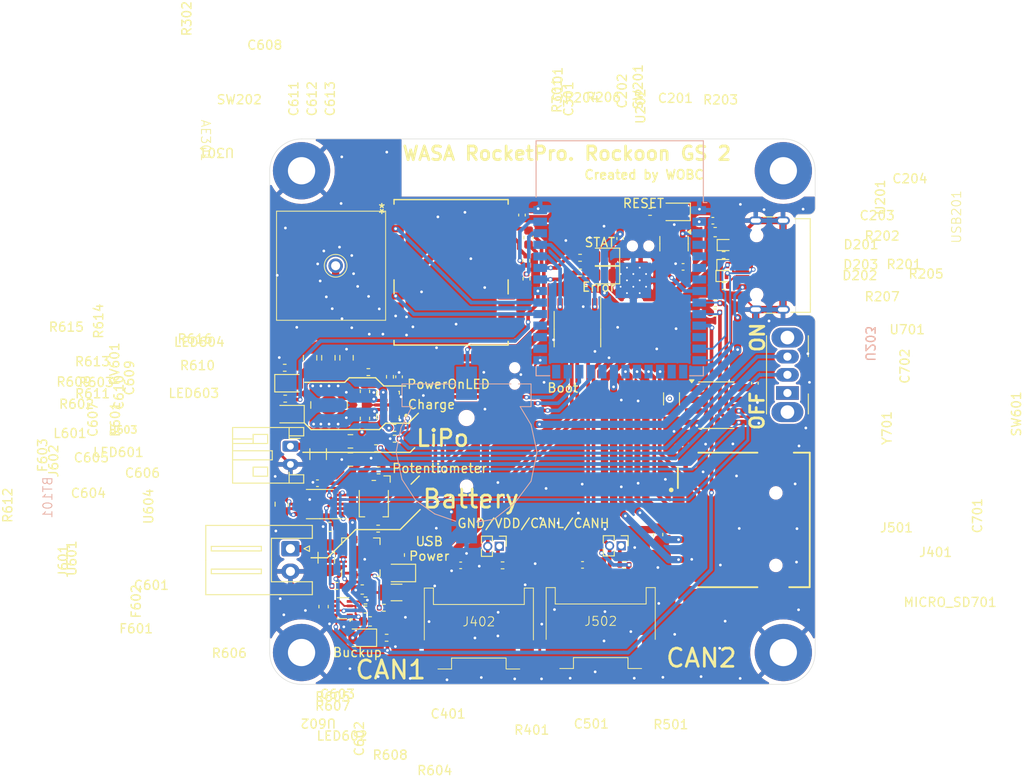
<source format=kicad_pcb>
(kicad_pcb (version 20240108) (generator "pcbnew") (generator_version "8.0")
  (layers (0 "F.Cu" signal) (31 "B.Cu" signal) (34 "B.Paste" user) (35 "F.Paste" user) (36 "B.SilkS" user "B.Silkscreen") (37 "F.SilkS" user "F.Silkscreen") (38 "B.Mask" user) (39 "F.Mask" user) (44 "Edge.Cuts" user))
  (net 0 "")
  (net 1 "GND")
  (net 2 "VDD")
  (net 3 "+BATT")
  (net 4 "/ESP32/VUSB")
  (net 5 "/ESP32/USB_D+")
  (net 6 "/ESP32/USB_D-")
  (net 7 "RESET")
  (net 8 "/ESP32/CANL")
  (net 9 "/ESP32/CANH")
  (net 10 "/SS")
  (net 11 "/MISO")
  (net 12 "/CLK")
  (net 13 "/MOSI")
  (net 14 "/DET")
  (net 15 "/SCL")
  (net 16 "/SDA")
  (net 17 "/ESP32/GPIO18")
  (net 18 "/ESP32/WDI")
  (net 19 "/ESP32/CAN_TX")
  (net 20 "/ESP32/CAN_RX")
  (net 21 "/ESP32/GPIO40")
  (net 22 "/ESP32/GPIO39")
  (net 23 "/ESP32/GPIO38")
  (net 24 "/ESP32/GPIO7{slash}ADC1_CH6")
  (net 25 "/ESP32/GPIO1{slash}ADC1_CH0")
  (net 26 "/STAT2")
  (net 27 "/ESP32/GPIO3{slash}ADC1_CH2")
  (net 28 "/STAT1")
  (net 29 "/ESP32/GPIO4{slash}ADC1_CH3")
  (net 30 "/PG")
  (net 31 "/ESP32/GPIO5{slash}ADC1_CH4")
  (net 32 "/ESP32/GPIO6{slash}ADC1_CH5")
  (net 33 "/ESP32/GPIO14")
  (net 34 "/ESP32/GPIO8{slash}ADC1_CH7")
  (net 35 "/ESP32/GPIO2{slash}ADC1_CH1")
  (net 36 "GPSANT1")
  (net 37 "/GPS/+BATT")
  (net 38 "Net-(U5-PROG1)")
  (net 39 "Net-(LED601-A)")
  (net 40 "Net-(U602-VIN2)")
  (net 41 "Net-(U602-MODE)")
  (net 42 "Net-(LED602-A)")
  (net 43 "Net-(U601-V_{BAT_SENSE})")
  (net 44 "Net-(U603-VAUX)")
  (net 45 "Net-(D204-A)")
  (net 46 "Net-(D205-A)")
  (net 47 "Net-(D206-A)")
  (net 48 "Net-(J601-Pin_1)")
  (net 49 "Net-(U604-Vbus)")
  (net 50 "Net-(J602-Pin_1)")
  (net 51 "Net-(J401-Pin_1)")
  (net 52 "Net-(J501-Pin_1)")
  (net 53 "Net-(U603-L1)")
  (net 54 "Net-(U603-L2)")
  (net 55 "Net-(LED601-K)")
  (net 56 "Net-(LED602-K)")
  (net 57 "Net-(LED603-A)")
  (net 58 "Net-(LED604-K)")
  (net 61 "Net-(USB201-CC1)")
  (net 62 "Net-(USB201-CC2)")
  (net 63 "Net-(U203-MTDI{slash}GPIO41{slash}CLK_OUT1)")
  (net 64 "Net-(U203-MTMS{slash}GPIO42)")
  (net 65 "Net-(U301-RXD_{slash}_SPI_MOSI)")
  (net 66 "Net-(U301-TXD_{slash}_SPI_MISO)")
  (net 67 "Net-(R602-Pad1)")
  (net 68 "Net-(U601-PROG3)")
  (net 69 "Net-(U601-THERM)")
  (net 70 "Net-(U602-PR1)")
  (net 71 "Net-(U601-CE)")
  (net 72 "Net-(SW601-B)")
  (net 73 "Net-(SW601-C)")
  (net 74 "Net-(U603-PG)")
  (net 75 "Net-(U603-FB)")
  (net 76 "Net-(U601-PROG1)")
  (net 78 "Net-(U201-MR)")
  (net 79 "Net-(U203-GPIO0{slash}BOOT)")
  (net 102 "Net-(U701-OSCI)")
  (net 103 "Net-(U701-OSCO)")
  (footprint "Fuse:Fuse_1206_3216Metric" (layer "F.Cu") (at 118.975 106.045 -90)
    (property "Reference" "F602")
    (property "Value" "Polyfuse")
  )
  (footprint "WOBCLibrary:ATGM332D-5N31" (layer "F.Cu") (at 132.7 75.25 180)
    (property "Reference" "U301")
    (property "Value" "NEO-M9N-00B")
  )
  (footprint "Resistor_SMD:R_0805_2012Metric" (layer "F.Cu") (at 114.075 100.1575 90)
    (property "Reference" "R612")
    (property "Value" "50mΩ")
  )
  (footprint "Resistor_SMD:R_0402_1005Metric" (layer "F.Cu") (at 120.1 109.15 180)
    (property "Reference" "R606")
    (property "Value" "100k")
  )
  (footprint "Resistor_SMD:R_0402_1005Metric" (layer "F.Cu") (at 151.77 106.835)
    (property "Reference" "R501")
    (property "Value" "120")
  )
  (footprint "LED_SMD:LED_0805_2012Metric" (layer "F.Cu") (at 122.82 114.85 180)
    (property "Reference" "LED602")
    (property "Value" "Backup")
  )
  (footprint "LED_SMD:LED_0805_2012Metric" (layer "F.Cu") (at 149.5625 72.95 180)
    (property "Reference" "D206" (hide yes))
    (property "Value" "STAT")
  )
  (footprint "Capacitor_SMD:C_0603_1608Metric" (layer "F.Cu") (at 119.375 102.645 180)
    (property "Reference" "C606")
    (property "Value" "10uF")
  )
  (footprint "Resistor_SMD:R_0402_1005Metric" (layer "F.Cu") (at 146.89 73.05)
    (property "Reference" "R206")
    (property "Value" "470")
  )
  (footprint "Capacitor_SMD:C_0402_1005Metric" (layer "F.Cu") (at 126.975 86.145 90)
    (property "Reference" "C609")
    (property "Value" "100nF")
  )
  (footprint "Resistor_SMD:R_0402_1005Metric" (layer "F.Cu") (at 123.285 110.75 180)
    (property "Reference" "R605")
    (property "Value" "47k")
  )
  (footprint "Capacitor_SMD:C_0805_2012Metric" (layer "F.Cu") (at 121.2 84.05 90)
    (property "Reference" "C613")
    (property "Value" "10uF")
  )
  (footprint "Resistor_SMD:R_0402_1005Metric" (layer "F.Cu") (at 161.765 78.05)
    (property "Reference" "R205")
    (property "Value" "10k")
  )
  (footprint "Resistor_SMD:R_0402_1005Metric" (layer "F.Cu") (at 114.4 85.15)
    (property "Reference" "R616")
    (property "Value" "1k")
  )
  (footprint "Resistor_SMD:R_0402_1005Metric" (layer "F.Cu") (at 125.975 86.145 -90)
    (property "Reference" "R614")
    (property "Value" "15k")
  )
  (footprint "Resistor_SMD:R_0402_1005Metric" (layer "F.Cu") (at 127.95 105.75 90)
    (property "Reference" "R601")
    (property "Value" "1k")
  )
  (footprint "Resistor_SMD:R_0402_1005Metric" (layer "F.Cu") (at 161.74 79.075)
    (property "Reference" "R207")
    (property "Value" "10k")
  )
  (footprint "Capacitor_SMD:C_0603_1608Metric" (layer "F.Cu") (at 161.75 70.225 180)
    (property "Reference" "C203")
    (property "Value" "10uF")
  )
  (footprint "Capacitor_SMD:C_0603_1608Metric" (layer "F.Cu") (at 155.475 103.5 -90)
    (property "Reference" "C701")
    (property "Value" "10uF")
  )
  (footprint "Connector_PinHeader_1.27mm:PinHeader_1x02_P1.27mm_Vertical" (layer "F.Cu") (at 151.41 104.735 -90)
    (property "Reference" "J501")
    (property "Value" "Jumper")
  )
  (footprint "Package_SO:SOIC-8_3.9x4.9mm_P1.27mm" (layer "F.Cu") (at 161.875 89.265)
    (property "Reference" "U701")
    (property "Value" "PCF8563T")
  )
  (footprint "Capacitor_SMD:C_0402_1005Metric" (layer "F.Cu") (at 158.22 74.05)
    (property "Reference" "C201")
    (property "Value" "100nF")
  )
  (footprint "LED_SMD:LED_0805_2012Metric" (layer "F.Cu") (at 114.8625 90.25 180)
    (property "Reference" "LED603")
    (property "Value" "CHARGE")
  )
  (footprint "Capacitor_SMD:C_0603_1608Metric" (layer "F.Cu") (at 123.225 87.745 -90)
    (property "Reference" "C610")
    (property "Value" "10uF")
  )
  (footprint "Diode_SMD:D_SOD-882" (layer "F.Cu") (at 162.65 75.05)
    (property "Reference" "D202")
    (property "Value" "5V")
  )
  (footprint "Capacitor_SMD:C_0805_2012Metric" (layer "F.Cu") (at 121.625 95.245 180)
    (property "Reference" "C604")
    (property "Value" "10uF")
  )
  (footprint "Resistor_SMD:R_0402_1005Metric" (layer "F.Cu") (at 140.975 73.36 90)
    (property "Reference" "R301")
    (property "Value" "33")
  )
  (footprint "Capacitor_SMD:C_0603_1608Metric" (layer "F.Cu") (at 123.8 113.05)
    (property "Reference" "C603")
    (property "Value" "10uF")
  )
  (footprint "Resistor_SMD:R_0402_1005Metric" (layer "F.Cu") (at 125.31 111.55 180)
    (property "Reference" "R604")
    (property "Value" "10k")
  )
  (footprint "Resistor_SMD:R_0402_1005Metric" (layer "F.Cu") (at 125.61 114.85)
    (property "Reference" "R608")
    (property "Value" "1k")
  )
  (footprint "Capacitor_SMD:C_0603_1608Metric" (layer "F.Cu") (at 141.225 70.825 90)
    (property "Reference" "C101")
    (property "Value" "10uF")
  )
  (footprint "WOBCLibrary:Board_1U_60x60" (layer "F.Cu") (at 142.75 89.975)
    (property "Reference" "REF**" (hide yes))
    (property "Value" "Board_1U_60x60" (hide yes))
    (fp_line (start -30 26.5) (end -30 -26.5) (stroke (width 0.05)) (layer "Edge.Cuts"))
    (fp_line (start -26.5 -30) (end 26.5 -30) (stroke (width 0.05)) (layer "Edge.Cuts"))
    (fp_line (start 26.5 30) (end -26.5 30) (stroke (width 0.05)) (layer "Edge.Cuts"))
    (fp_line (start 27.846402 -21.400002) (end 27.846401 -10.899999) (stroke (width 0.05)) (layer "Edge.Cuts"))
    (fp_line (start 29.3 -21.7) (end 28.1464 -21.699999) (stroke (width 0.05)) (layer "Edge.Cuts"))
    (fp_line (start 29.3 -10.6) (end 28.1464 -10.6) (stroke (width 0.05)) (layer "Edge.Cuts"))
    (fp_line (start 30 -26.5) (end 30 -22.4) (stroke (width 0.05)) (layer "Edge.Cuts"))
    (fp_line (start 30 -9.9) (end 30 26.5) (stroke (width 0.05)) (layer "Edge.Cuts"))
    (fp_arc (start -30 -26.5) (mid -28.974874 -28.974874) (end -26.5 -30) (stroke (width 0.05)) (layer "Edge.Cuts"))
    (fp_arc (start -26.5 30) (mid -28.974874 28.974874) (end -30 26.5) (stroke (width 0.05)) (layer "Edge.Cuts"))
    (fp_arc (start 26.5 -30) (mid 28.974874 -28.974874) (end 30 -26.5) (stroke (width 0.05)) (layer "Edge.Cuts"))
    (fp_arc (start 27.846402 -21.400002) (mid 27.947113 -21.599289) (end 28.1464 -21.699999) (stroke (width 0.05)) (layer "Edge.Cuts"))
    (fp_arc (start 28.1464 -10.6) (mid 27.947111 -10.70071) (end 27.846401 -10.899999) (stroke (width 0.05)) (layer "Edge.Cuts"))
    (fp_arc (start 29.3 -10.6) (mid 29.79292 -10.392921) (end 29.999999 -9.900001) (stroke (width 0.05)) (layer "Edge.Cuts"))
    (fp_arc (start 30 -22.4) (mid 29.793334 -21.907494) (end 29.301171 -21.700013) (stroke (width 0.05)) (layer "Edge.Cuts"))
    (fp_arc (start 30 26.5) (mid 28.974874 28.974874) (end 26.5 30) (stroke (width 0.05)) (layer "Edge.Cuts"))
  )
  (footprint "Capacitor_SMD:C_0402_1005Metric" (layer "F.Cu") (at 161.495 68.975)
    (property "Reference" "C204")
    (property "Value" "100nF")
  )
  (footprint "Crystal:Crystal_SMD_3215-2Pin_3.2x1.5mm" (layer "F.Cu") (at 156.95 88.575 90)
    (property "Reference" "Y701")
    (property "Value" "Crystal")
  )
  (footprint "Capacitor_SMD:C_0402_1005Metric" (layer "F.Cu") (at 118 97.85 180)
    (property "Reference" "C608")
    (property "Value" "100nF")
  )
  (footprint "" (layer "F.Cu") (at 127.35 98)
    (property "Reference" "")
    (property "Value" "")
  )
  (footprint "Potentiometer_SMD:Potentiometer_Bourns_TC33X_Vertical" (layer "F.Cu") (at 124.2 99.645 -90)
    (property "Reference" "RV601")
    (property "Value" "10k")
  )
  (footprint "Resistor_SMD:R_0402_1005Metric" (layer "F.Cu") (at 124.725 96.445)
    (property "Reference" "R602")
    (property "Value" "1k")
  )
  (footprint "Connector_PinHeader_1.27mm:PinHeader_1x02_P1.27mm_Vertical" (layer "F.Cu") (at 138.005 104.785 -90)
    (property "Reference" "J401")
    (property "Value" "Jumper")
  )
  (footprint "Diode_SMD:D_SOD-882" (layer "F.Cu") (at 162.785 71.65)
    (property "Reference" "D201")
    (property "Value" "5V")
  )
  (footprint "Connector_JST:JST_XH_S2B-XH-A_1x02_P2.50mm_Horizontal" (layer "F.Cu") (at 115.025 105.05 -90)
    (property "Reference" "J601")
    (property "Value" "Battery")
  )
  (footprint "Fuse:Fuse_1206_3216Metric" (layer "F.Cu") (at 118.075 94.65 90)
    (property "Reference" "F603")
    (property "Value" "Polyfuse")
  )
  (footprint "Resistor_SMD:R_0402_1005Metric" (layer "F.Cu") (at 146.9 74.675)
    (property "Reference" "R204")
    (property "Value" "470")
  )
  (footprint "Package_SO:VSSOP-10_3x3mm_P0.5mm" (layer "F.Cu") (at 118.275 100.145 180)
    (property "Reference" "U604")
    (property "Value" "INA226")
  )
  (footprint "Capacitor_SMD:C_0402_1005Metric" (layer "F.Cu") (at 151.3 70.93 90)
    (property "Reference" "C202")
    (property "Value" "100nF")
  )
  (footprint "WOBCLibrary:Grove_4P_L_SMD" (layer "F.Cu") (at 149.16 113.035)
    (property "Reference" "J502")
    (property "Value" "Conn_01x04_MountingPin")
  )
  (footprint "Resistor_SMD:R_0402_1005Metric" (layer "F.Cu") (at 124.44 94)
    (property "Reference" "R609")
    (property "Value" "10k")
  )
  (footprint "WOBCLibrary:TVAF06-A020B-R" (layer "F.Cu") (at 139.7 86.05 90)
    (property "Reference" "SW202")
    (property "Value" "RESET_sw")
  )
  (footprint "LED_SMD:LED_0805_2012Metric" (layer "F.Cu") (at 149.5625 74.95 180)
    (property "Reference" "D205" (hide yes))
    (property "Value" "ERROR")
  )
  (footprint "WOBCLibrary:GNSS_Antenna_1212" (layer "F.Cu") (at 119.5 73.925 -90)
    (property "Reference" "AE301")
    (property "Value" "Antenna")
  )
  (footprint "Capacitor_SMD:C_0402_1005Metric" (layer "F.Cu") (at 147.16 106.835)
    (property "Reference" "C501")
    (property "Value" "100nF")
  )
  (footprint "Capacitor_SMD:C_0603_1608Metric" (layer "F.Cu") (at 122.925 109.545 180)
    (property "Reference" "C601")
    (property "Value" "10uF")
  )
  (footprint "WOBCLibrary:USB_C_TYPEC-301S-ACP16X7" (layer "F.Cu") (at 168.425 73.85 90)
    (property "Reference" "USB201")
    (property "Value" "USB_C_Receptacle_USB2.0")
  )
  (footprint "Capacitor_SMD:C_0603_1608Metric" (layer "F.Cu") (at 118.675 111.425 -90)
    (property "Reference" "C602")
    (property "Value" "10uF")
  )
  (footprint "Package_SO:SOIC-8_3.9x4.9mm_P1.27mm" (layer "F.Cu") (at 146.6 80.9 -90)
    (property "Reference" "U202")
    (property "Value" "SN65HVD230")
  )
  (footprint "WOBCLibrary:TVAF06-A020B-R" (layer "F.Cu") (at 153.55 71.75 180)
    (property "Reference" "SW201")
    (property "Value" "RESET_sw")
  )
  (footprint "Package_TO_SOT_SMD:SOT-583-8" (layer "F.Cu") (at 120.815 111.6 180)
    (property "Reference" "U602")
    (property "Value" "TPS2116DRL")
  )
  (footprint "WOBCLibrary:VREG_TPS63070RNMR" (layer "F.Cu") (at 125.7625 89.245 180)
    (property "Reference" "U603")
    (property "Value" "TPS63070RNMR")
  )
  (footprint "Resistor_SMD:R_0402_1005Metric" (layer "F.Cu") (at 162.69 72.75 180)
    (property "Reference" "R202")
    (property "Value" "5.1k")
  )
  (footprint "Button_Switch_THT:SW_Slide_SPDT_Angled_CK_OS102011MA1Q" (layer "F.Cu") (at 169.7 87.925 90)
    (property "Reference" "SW601")
    (property "Value" "Power Switch")
  )
  (footprint "Resistor_SMD:R_0402_1005Metric" (layer "F.Cu") (at 138.365 106.885)
    (property "Reference" "R401")
    (property "Value" "120")
  )
  (footprint "Resistor_SMD:R_0402_1005Metric" (layer "F.Cu") (at 141 75.35 -90)
    (property "Reference" "R302")
    (property "Value" "33")
  )
  (footprint "LED_SMD:LED_0805_2012Metric" (layer "F.Cu") (at 114.9875 86.85)
    (property "Reference" "LED604")
    (property "Value" "VDD")
  )
  (footprint "Resistor_SMD:R_0402_1005Metric" (layer "F.Cu") (at 123.275 111.75 180)
    (property "Reference" "R607")
    (property "Value" "100k")
  )
  (footprint "Capacitor_SMD:C_0805_2012Metric" (layer "F.Cu") (at 117.19 84.05 90)
    (property "Reference" "C611")
    (property "Value" "10uF")
  )
  (footprint "Package_TO_SOT_SMD:SOT-23-5" (layer "F.Cu") (at 157.225 71.5 -90)
    (property "Reference" "U201")
    (property "Value" "TPS3820")
  )
  (footprint "Capacitor_SMD:C_0603_1608Metric" (layer "F.Cu") (at 123.225 90.72 90)
    (property "Reference" "C607")
    (property "Value" "10uF")
  )
  (footprint "Diode_SMD:D_SOD-882" (layer "F.Cu") (at 162.75 73.85)
    (property "Reference" "D203")
    (property "Value" "5V")
  )
  (footprint "Resistor_SMD:R_0402_1005Metric" (layer "F.Cu") (at 124.675 102.845)
    (property "Reference" "R603")
    (property "Value" "100k")
  )
  (footprint "Package_DFN_QFN:QFN-20-1EP_4x4mm_P0.5mm_EP2.5x2.5mm" (layer "F.Cu") (at 122.775 105.9825 90)
    (property "Reference" "U601")
    (property "Value" "MCP73871-1CC")
  )
  (footprint "Resistor_SMD:R_0402_1005Metric" (layer "F.Cu") (at 123.6 85.625 180)
    (property "Reference" "R615")
    (property "Value" "47k")
  )
  (footprint "WOBCLibrary:Grove_4P_L_SMD" (layer "F.Cu") (at 135.755 113.085)
    (property "Reference" "J402")
    (property "Value" "Conn_01x04_MountingPin")
  )
  (footprint "Resistor_SMD:R_0402_1005Metric" (layer "F.Cu") (at 154.59 68)
    (property "Reference" "R203")
    (property "Value" "470")
  )
  (footprint "Fuse:Fuse_1206_3216Metric" (layer "F.Cu") (at 126.7 109.87 180)
    (property "Reference" "F601")
    (property "Value" "Polyfuse")
  )
  (footprint "Resistor_SMD:R_0402_1005Metric" (layer "F.Cu") (at 162.69 76.15 180)
    (property "Reference" "R201")
    (property "Value" "5.1k")
  )
  (footprint "Capacitor_SMD:C_0805_2012Metric" (layer "F.Cu") (at 119.2 84.05 90)
    (property "Reference" "C612")
    (property "Value" "10uF")
  )
  (footprint "Capacitor_SMD:C_0805_2012Metric" (layer "F.Cu") (at 121.625 93.245 180)
    (property "Reference" "C605")
    (property "Value" "10uF")
  )
  (footprint "Connector_JST:JST_PH_S2B-PH-K_1x02_P2.00mm_Horizontal" (layer "F.Cu") (at 115.025 93.78 -90)
    (property "Reference" "J602")
    (property "Value" "LiPo")
  )
  (footprint "WOBCLibrary:TF-01A" (layer "F.Cu") (at 164.9 101.8862 90)
    (property "Reference" "MICRO_SD701")
    (property "Value" "TF-01A")
  )
  (footprint "Capacitor_SMD:C_0402_1005Metric" (layer "F.Cu") (at 166.125 86.855 -90)
    (property "Reference" "C702")
    (property "Value" "100nF")
  )
  (footprint "Resistor_SMD:R_0402_1005Metric" (layer "F.Cu") (at 126.485 92.95 180)
    (property "Reference" "R611")
    (property "Value" "100k")
  )
  (footprint "Resistor_SMD:R_0402_1005Metric" (layer "F.Cu") (at 126.475 91.765)
    (property "Reference" "R613")
    (property "Value" "100k")
  )
  (footprint "LED_SMD:LED_0805_2012Metric" (layer "F.Cu") (at 157.3375 68 180)
    (property "Reference" "D204" (hide yes))
    (property "Value" "RESET")
  )
  (footprint "Resistor_SMD:R_0402_1005Metric" (layer "F.Cu") (at 114.45 88.55)
    (property "Reference" "R610")
    (property "Value" "1k")
  )
  (footprint "Capacitor_SMD:C_0402_1005Metric" (layer "F.Cu") (at 140.5 68.35 -90)
    (property "Reference" "C301")
    (property "Value" "100nF")
  )
  (footprint "LED_SMD:LED_0805_2012Metric" (layer "F.Cu") (at 127.1125 107.725 180)
    (property "Reference" "LED601")
    (property "Value" "USB Power")
  )
  (footprint "Inductor_SMD:L_Wuerth_WE-TPC-3816" (layer "F.Cu") (at 119.275 89.245 180)
    (property "Reference" "L601")
    (property "Value" "L")
  )
  (footprint "Capacitor_SMD:C_0402_1005Metric" (layer "F.Cu") (at 133.755 106.885)
    (property "Reference" "C401")
    (property "Value" "100nF")
  )
  (footprint "WOBCLibrary:cr1220" (layer "B.Cu") (at 134.4 94.425 -90)
    (property "Reference" "BT101")
    (property "Value" "Battery")
  )
  (footprint "RF_Module:ESP32-S3-WROOM-1" (layer "B.Cu") (at 151.25 73.075 180)
    (property "Reference" "U203")
    (property "Value" "ESP32-S3-WROOM-1")
  )
  (gr_line (start 119.1 106.05) (end 122.2 102.95) (stroke (width 0.15)) (layer "F.SilkS"))
  (gr_line (start 128 91.25) (end 129.1 90.15) (stroke (width 0.15)) (layer "F.SilkS"))
  (gr_line (start 122.2 102.95) (end 127.1 102.95) (stroke (width 0.15)) (layer "F.SilkS"))
  (gr_line (start 117.2875 91.95) (end 124.8 91.95) (stroke (width 0.15)) (layer "F.SilkS"))
  (gr_line (start 116.6 86.75) (end 121 86.75) (stroke (width 0.15)) (layer "F.SilkS"))
  (gr_line (start 128.3 97.95) (end 129.2 97.05) (stroke (width 0.15)) (layer "F.SilkS"))
  (gr_line (start 121.5 86.25) (end 124.4 86.25) (stroke (width 0.15)) (layer "F.SilkS"))
  (gr_line (start 121 86.75) (end 121.5 86.25) (stroke (width 0.15)) (layer "F.SilkS"))
  (gr_line (start 125.5 91.25) (end 128 91.25) (stroke (width 0.15)) (layer "F.SilkS"))
  (gr_line (start 117.3 106.05) (end 119.1 106.05) (stroke (width 0.15)) (layer "F.SilkS"))
  (gr_line (start 125.3 87.15) (end 127.7 87.15) (stroke (width 0.15)) (layer "F.SilkS"))
  (gr_line (start 124.4 86.25) (end 125.3 87.15) (stroke (width 0.15)) (layer "F.SilkS"))
  (gr_line (start 128.2 94.45) (end 128.7 93.95) (stroke (width 0.15)) (layer "F.SilkS"))
  (gr_line (start 116.4 94.45) (end 128.2 94.45) (stroke (width 0.15)) (layer "F.SilkS"))
  (gr_line (start 116.5475 91.21) (end 117.2875 91.95) (stroke (width 0.15)) (layer "F.SilkS"))
  (gr_line (start 127.1 102.95) (end 129.3 100.75) (stroke (width 0.15)) (layer "F.SilkS"))
  (gr_line (start 124.8 91.95) (end 125.5 91.25) (stroke (width 0.15)) (layer "F.SilkS"))
  (gr_text "CAN2" (at 156.175 118.25 0) (layer "F.SilkS") (effects (font (size 2 2) (thickness 0.3)) (justify left bottom)))
  (gr_text "Created by WOBC" (at 147.25 64.5 0) (layer "F.SilkS") (effects (font (size 1 1) (thickness 0.2) (bold yes)) (justify left bottom)))
  (gr_text "Error" (at 147 76.85 0) (layer "F.SilkS") (effects (font (size 1 1)) (justify left bottom)))
  (gr_text "ON" (at 167.3 83.575 90) (layer "F.SilkS") (effects (font (size 1.5 1.5) (thickness 0.3) (bold yes)) (justify left bottom)))
  (gr_text "Buckup" (at 122.4 117.05 0) (layer "F.SilkS") (effects (font (size 1 1)) (justify bottom)))
  (gr_text "Boot" (at 143.2 87.95 0) (layer "F.SilkS") (effects (font (size 1 1)) (justify left bottom)))
  (gr_text "Charge" (at 127.85 89.775 0) (layer "F.SilkS") (effects (font (size 1 1)) (justify left bottom)))
  (gr_text "STAT" (at 147.3 71.95 0) (layer "F.SilkS") (effects (font (size 1 1)) (justify left bottom)))
  (gr_text "RESET" (at 151.5 67.65 0) (layer "F.SilkS") (effects (font (size 1 1)) (justify left bottom)))
  (gr_text "LiPo" (at 128.7 93.95 0) (layer "F.SilkS") (effects (font (size 1.8 1.8) (thickness 0.3)) (justify left bottom)))
  (gr_text "Battery\n" (at 129.4 100.75 0) (layer "F.SilkS") (effects (font (size 2 2) (thickness 0.3)) (justify left bottom)))
  (gr_text "USB\nPower" (at 130.3 106.45 0) (layer "F.SilkS") (effects (font (size 1 1)) (justify bottom)))
  (gr_text "CAN1" (at 122 119.55 0) (layer "F.SilkS") (effects (font (size 2 2) (thickness 0.3)) (justify left bottom)))
  (gr_text "GND/VDD/CANL/CANH" (at 133.3 102.85 0) (layer "F.SilkS") (effects (font (size 1 1)) (justify left bottom)))
  (gr_text "OFF" (at 167.25 92.15 90) (layer "F.SilkS") (effects (font (size 1.5 1.5) (thickness 0.3) (bold yes)) (justify left bottom)))
  (gr_text "WASA RocketPro. Rockoon GS 2" (at 127.2 62.45 0) (layer "F.SilkS") (effects (font (size 1.5 1.5) (thickness 0.3) (bold yes)) (justify left bottom)))
  (gr_text "Potentiometer" (at 126.125 96.8 0) (layer "F.SilkS") (effects (font (size 1 1)) (justify left bottom)))
  (gr_text "PowerOnLED" (at 127.775 87.55 0) (layer "F.SilkS") (effects (font (size 1 1)) (justify left bottom)))
  (via (at 156.75 88.55) (size 0.5) (drill 0.3) (layers "F.Cu" "B.Cu") (net 0))
  (segment (start 120.675 95.675) (end 119.7 96.65) (width 0.8) (layer "F.Cu") (net 1))
  (segment (start 127.95 105.24) (end 128.51 105.24) (width 0.8) (layer "F.Cu") (net 1))
  (segment (start 164.755 70.8) (end 164.175 70.8) (width 0.25) (layer "F.Cu") (net 1))
  (segment (start 147.95 70.825) (end 150.3 70.825) (width 0.8) (layer "F.Cu") (net 1))
  (segment (start 162.365 70.385) (end 162.525 70.225) (width 0.2) (layer "F.Cu") (net 1))
  (segment (start 143.75 116.885) (end 143.86 116.775) (width 1) (layer "F.Cu") (net 1))
  (segment (start 164.475 70.75) (end 164.755 70.75) (width 0.4) (layer "F.Cu") (net 1))
  (segment (start 128.6 81.75) (end 138.7 81.75) (width 0.8) (layer "F.Cu") (net 1))
  (segment (start 154.46 116.835) (end 154.46 114.765) (width 1) (layer "F.Cu") (net 1))
  (segment (start 156.4762 105.3316) (end 156.4762 109.4765) (width 0.8) (layer "F.Cu") (net 1))
  (segment (start 162.525 69.525) (end 162.525 70.225) (width 0.4) (layer "F.Cu") (net 1))
  (segment (start 162.015001 68.560787) (end 162.015001 69.015001) (width 0.8) (layer "F.Cu") (net 1))
  (segment (start 123.875 89.245) (end 125.1625 89.245) (width 0.2) (layer "F.Cu") (net 1))
  (segment (start 161.764607 68.310393) (end 162.015001 68.560787) (width 0.8) (layer "F.Cu") (net 1))
  (segment (start 124.575 113.05) (end 127.225 113.05) (width 0.2) (layer "F.Cu") (net 1))
  (segment (start 162.165 76.815) (end 162.48 77.13) (width 0.8) (layer "F.Cu") (net 1))
  (segment (start 129.05 97.415811) (end 128.259189 96.625) (width 0.3) (layer "F.Cu") (net 1))
  (segment (start 162.165 75.59) (end 162.165 76.815) (width 0.8) (layer "F.Cu") (net 1))
  (segment (start 167.3 87.240001) (end 167.3 93.15) (width 0.4) (layer "F.Cu") (net 1))
  (segment (start 128.259189 96.625) (end 126.035 96.625) (width 0.3) (layer "F.Cu") (net 1))
  (segment (start 166.215 78.745) (end 166.215 86.245) (width 0.8) (layer "F.Cu") (net 1))
  (segment (start 164.48 70.225) (end 164.945 70.225) (width 0.4) (layer "F.Cu") (net 1))
  (segment (start 161.975 68.803629) (end 160.871371 67.7) (width 0.4) (layer "F.Cu") (net 1))
  (segment (start 146.16 109.335) (end 146.16 107.435) (width 1) (layer "F.Cu") (net 1))
  (segment (start 132.755 114.525) (end 130.455 116.825) (width 1) (layer "F.Cu") (net 1))
  (segment (start 125.995 96.445) (end 125.235 96.445) (width 0.3) (layer "F.Cu") (net 1))
  (segment (start 156.6514 105.1564) (end 156.4762 105.3316) (width 0.8) (layer "F.Cu") (net 1))
  (segment (start 140.050899 81.65) (end 140.1572 81.543699) (width 0.4) (layer "F.Cu") (net 1))
  (segment (start 132.755 109.385) (end 132.755 114.525) (width 1) (layer "F.Cu") (net 1))
  (segment (start 140.995 116.825) (end 141.055 116.885) (width 1) (layer "F.Cu") (net 1))
  (segment (start 122.125 91.57) (end 122.125 90.52) (width 0.8) (layer "F.Cu") (net 1))
  (segment (start 146.16 107.435) (end 146.46 107.135) (width 1) (layer "F.Cu") (net 1))
  (segment (start 113.8 92.25) (end 115.8 90.25) (width 0.3) (layer "F.Cu") (net 1))
  (segment (start 166.434999 86.375) (end 167.3 87.240001) (width 0.4) (layer "F.Cu") (net 1))
  (segment (start 166.215 78.745) (end 169.215 78.745) (width 0.8) (layer "F.Cu") (net 1))
  (segment (start 142.275 67.65) (end 138.8 67.65) (width 0.8) (layer "F.Cu") (net 1))
  (segment (start 115.025 95.78) (end 113.8 94.555) (width 0.3) (layer "F.Cu") (net 1))
  (segment (start 123.275 88.67) (end 123.275 89.945) (width 0.8) (layer "F.Cu") (net 1))
  (segment (start 126.4875 90.645) (end 126.818328 90.645) (width 0.2) (layer "F.Cu") (net 1))
  (segment (start 164.945 70.225) (end 166.215 68.955) (width 0.4) (layer "F.Cu") (net 1))
  (segment (start 162.525 69.070786) (end 162.525 70.225) (width 0.8) (layer "F.Cu") (net 1))
  (segment (start 123.875 104.145) (end 123.775 104.045) (width 0.3) (layer "F.Cu") (net 1))
  (segment (start 115.025 108.675) (end 115.025 107.55) (width 0.3) (layer "F.Cu") (net 1))
  (segment (start 116.8 92.15) (end 119.58 92.15) (width 0.3) (layer "F.Cu") (net 1))
  (segment (start 164.755 77.285) (end 166.215 78.745) (width 0.2) (layer "F.Cu") (net 1))
  (segment (start 166.215 68.955) (end 169.215 68.955) (width 0.8) (layer "F.Cu") (net 1))
  (segment (start 129.05 98.98) (end 129.05 97.415811) (width 0.3) (layer "F.Cu") (net 1))
  (segment (start 162.165 72.025) (end 162.175 72.035) (width 0.8) (layer "F.Cu") (net 1))
  (segment (start 137.075 85.65) (end 137.475 86.05) (width 0.2) (layer "F.Cu") (net 1))
  (segment (start 118.6 102.645) (end 118.625 102.62) (width 0.3) (layer "F.Cu") (net 1))
  (segment (start 119.328964 113.321036) (end 119.328964 112.978964) (width 0.3) (layer "F.Cu") (net 1))
  (segment (start 146.16 109.335) (end 146.16 114.475) (width 1) (layer "F.Cu") (net 1))
  (segment (start 150.3 72.75) (end 150.5 72.95) (width 0.8) (layer "F.Cu") (net 1))
  (segment (start 157.74 74.04) (end 157.4 73.7) (width 0.4) (layer "F.Cu") (net 1))
  (segment (start 123.5375 105.22) (end 124.7125 105.22) (width 0.3) (layer "F.Cu") (net 1))
  (segment (start 118.1 82.95) (end 121.6 82.95) (width 1.5) (layer "F.Cu") (net 1))
  (segment (start 123.875 104.145) (end 123.885 104.145) (width 0.3) (layer "F.Cu") (net 1))
  (segment (start 162.788188 77.2) (end 164.755 77.2) (width 0.8) (layer "F.Cu") (net 1))
  (segment (start 154.46 114.765) (end 156.8745 112.3505) (width 1) (layer "F.Cu") (net 1))
  (segment (start 161.154214 67.7) (end 161.764607 68.310393) (width 0.8) (layer "F.Cu") (net 1))
  (segment (start 142.05 72.425) (end 141.225 71.6) (width 0.4) (layer "F.Cu") (net 1))
  (segment (start 122.9625 105.9825) (end 123.2 106.22) (width 0.3) (layer "F.Cu") (net 1))
  (segment (start 118.1 82.95) (end 117.11 82.95) (width 0.8) (layer "F.Cu") (net 1))
  (segment (start 166.475 108.1498) (end 168.2 109.8748) (width 0.8) (layer "F.Cu") (net 1))
  (segment (start 162.365 74.835) (end 162.175 75.025) (width 0.2) (layer "F.Cu") (net 1))
  (segment (start 162.175 75.58) (end 162.165 75.59) (width 0.8) (layer "F.Cu") (net 1))
  (segment (start 162.165 69.765) (end 162.015001 69.615001) (width 0.8) (layer "F.Cu") (net 1))
  (segment (start 125.1625 89.245) (end 125.814632 89.245) (width 0.2) (layer "F.Cu") (net 1))
  (segment (start 162.015001 69.615001) (end 162.015001 68.975) (width 0.8) (layer "F.Cu") (net 1))
  (segment (start 124.7125 105.4825) (end 124.7125 105.22) (width 0.3) (layer "F.Cu") (net 1))
  (segment (start 127.05 88.495) (end 127.2 88.345) (width 0.2) (layer "F.Cu") (net 1))
  (segment (start 117.5 97.45) (end 117.760199 97.189801) (width 0.4) (layer "F.Cu") (net 1))
  (segment (start 123.795 110.75) (end 123.533589 110.75) (width 0.2) (layer "F.Cu") (net 1))
  (segment (start 138.8 81.65) (end 140.050899 81.65) (width 0.4) (layer "F.Cu") (net 1))
  (segment (start 123.875 89.245) (end 123.275 88.645) (width 0.4) (layer "F.Cu") (net 1))
  (segment (start 133.055 107.185) (end 133.055 106.885) (width 1) (layer "F.Cu") (net 1))
  (segment (start 161.764607 68.310393) (end 162.525 69.070786) (width 0.8) (layer "F.Cu") (net 1))
  (segment (start 156.4762 109.4765) (end 156.8745 109.8748) (width 0.8) (layer "F.Cu") (net 1))
  (segment (start 167.3 93.15) (end 168.2 94.05) (width 0.4) (layer "F.Cu") (net 1))
  (segment (start 169.215 68.955) (end 169.215 78.745) (width 0.8) (layer "F.Cu") (net 1))
  (segment (start 126.6 81.65) (end 128.5 81.65) (width 0.8) (layer "F.Cu") (net 1))
  (segment (start 117.5 97.75) (end 117.5 97.776846) (width 0.3) (layer "F.Cu") (net 1))
  (segment (start 150.3 71.45) (end 150.3 72.75) (width 0.8) (layer "F.Cu") (net 1))
  (segment (start 129.15 104.6) (end 129.9 104.6) (width 0.8) (layer "F.Cu") (net 1))
  (segment (start 162.015001 69.015001) (end 162.525 69.525) (width 0.8) (layer "F.Cu") (net 1))
  (segment (start 161.975 68.975) (end 161.975 68.803629) (width 0.4) (layer "F.Cu") (net 1))
  (segment (start 123.885 104.145) (end 125.185 102.845) (width 0.3) (layer "F.Cu") (net 1))
  (segment (start 128.5 81.65) (end 128.6 81.75) (width 0.8) (layer "F.Cu") (net 1))
  (segment (start 116.3 90.75) (end 116.3 91.65) (width 0.3) (layer "F.Cu") (net 1))
  (segment (start 120.675 93.245) (end 120.675 93.02) (width 0.8) (layer "F.Cu") (net 1))
  (segment (start 140.1572 79.344272) (end 141.32 78.181472) (width 0.4) (layer "F.Cu") (net 1))
  (segment (start 154.4 116.775) (end 154.46 116.835) (width 1) (layer "F.Cu") (net 1))
  (segment (start 122.775 105.9825) (end 122.9625 105.9825) (width 0.3) (layer "F.Cu") (net 1))
  (segment (start 125.235 96.445) (end 125.235 96.43) (width 0.3) (layer "F.Cu") (net 1))
  (segment (start 166.125 86.375) (end 166.434999 86.375) (width 0.4) (layer "F.Cu") (net 1))
  (segment (start 126.564632 88.495) (end 126.9125 88.495) (width 0.2) (layer "F.Cu") (net 1))
  (segment (start 128.4644 82.15) (end 128.8644 81.75) (width 1.5) (layer "F.Cu") (net 1))
  (segment (start 163.95 70.225) (end 162.525 70.225) (width 0.4) (layer "F.Cu") (net 1))
  (segment (start 150.5 72.95) (end 150.5 72.585) (width 0.4) (layer "F.Cu") (net 1))
  (segment (start 162.165 69.885) (end 162.165 69.765) (width 0.8) (layer "F.Cu") (net 1))
  (segment (start 142.05 75.985761) (end 142.05 72.425) (width 0.4) (layer "F.Cu") (net 1))
  (segment (start 126.105 96.555) (end 125.995 96.445) (width 0.3) (layer "F.Cu") (net 1))
  (segment (start 140.1572 81.543699) (end 140.1572 79.344272) (width 0.4) (layer "F.Cu") (net 1))
  (segment (start 166.215 86.245) (end 166.125 86.335) (width 0.8) (layer "F.Cu") (net 1))
  (segment (start 163.95 70.225) (end 164.475 70.75) (width 0.4) (layer "F.Cu") (net 1))
  (segment (start 162.365 74.5) (end 162.365 74.835) (width 0.2) (layer "F.Cu") (net 1))
  (segment (start 126.818328 90.645) (end 127.078269 90.904941) (width 0.2) (layer "F.Cu") (net 1))
  (segment (start 162.365 71.5) (end 162.365 70.385) (width 0.2) (layer "F.Cu") (net 1))
  (segment (start 123.275 89.845) (end 123.875 89.245) (width 0.4) (layer "F.Cu") (net 1))
  (segment (start 130.455 116.825) (end 140.995 116.825) (width 1) (layer "F.Cu") (net 1))
  (segment (start 160.025 67.7) (end 161.154214 67.7) (width 0.8) (layer "F.Cu") (net 1))
  (segment (start 122.125 90.52) (end 122.7 89.945) (width 0.8) (layer "F.Cu") (net 1))
  (segment (start 126 92.95) (end 125.975 92.95) (width 0.2) (layer "F.Cu") (net 1))
  (segment (start 162.48 77.13) (end 162.718188 77.13) (width 0.8) (layer "F.Cu") (net 1))
  (segment (start 127.225 113.05) (end 127.675 112.6) (width 0.2) (layer "F.Cu") (net 1))
  (segment (start 162.525 69.525) (end 162.165 69.885) (width 0.8) (layer "F.Cu") (net 1))
  (segment (start 146.46 107.135) (end 146.46 106.835) (width 1) (layer "F.Cu") (net 1))
  (segment (start 125.975 85.635) (end 126.945 85.635) (width 0.2) (layer "F.Cu") (net 1))
  (segment (start 162.175 72.035) (end 162.175 75.58) (width 0.8) (layer "F.Cu") (net 1))
  (segment (start 163.6 70.225) (end 162.525 70.225) (width 0.25) (layer "F.Cu") (net 1))
  (segment (start 164.755 70.5) (end 164.48 70.225) (width 0.4) (layer "F.Cu") (net 1))
  (segment (start 162.365 74.5) (end 162.365 73.5) (width 0.2) (layer "F.Cu") (net 1))
  (segment (start 126.625 111.55) (end 127.675 112.6) (width 0.2) (layer "F.Cu") (net 1))
  (segment (start 121.6 82.95) (end 122.4 82.15) (width 1.5) (layer "F.Cu") (net 1))
  (segment (start 136.3 85.65) (end 137.075 85.65) (width 0.2) (layer "F.Cu") (net 1))
  (segment (start 138.7 81.75) (end 138.8 81.65) (width 0.8) (layer "F.Cu") (net 1))
  (segment (start 119.58 92.15) (end 120.675 93.245) (width 0.3) (layer "F.Cu") (net 1))
  (segment (start 132.755 109.385) (end 132.755 107.485) (width 1) (layer "F.Cu") (net 1))
  (segment (start 123.275 89.945) (end 123.275 89.845) (width 0.4) (layer "F.Cu") (net 1))
  (segment (start 162.165 72.5) (end 162.165 71.7) (width 0.2) (layer "F.Cu") (net 1))
  (segment (start 158.5 109.8748) (end 168.2 109.8748) (width 0.8) (layer "F.Cu") (net 1))
  (segment (start 125.814632 89.245) (end 126.564632 88.495) (width 0.2) (layer "F.Cu") (net 1))
  (segment (start 162.365 72.7) (end 162.165 72.5) (width 0.2) (layer "F.Cu") (net 1))
  (segment (start 157.225 69.425) (end 157.25 69.4) (width 0.8) (layer "F.Cu") (net 1))
  (segment (start 125.82 111.55) (end 126.625 111.55) (width 0.2) (layer "F.Cu") (net 1))
  (segment (start 141.32 76.715761) (end 142.05 75.985761) (width 0.4) (layer "F.Cu") (net 1))
  (segment (start 150.3 70.825) (end 150.3 71.45) (width 0.8) (layer "F.Cu") (net 1))
  (segment (start 128.51 105.24) (end 129.15 104.6) (width 0.8) (layer "F.Cu") (net 1))
  (segment (start 156.8745 112.3505) (end 156.8745 109.8748) (width 1) (layer "F.Cu") (net 1))
  (segment (start 122.4 82.15) (end 128.4644 82.15) (width 1.5) (layer "F.Cu") (net 1))
  (segment (start 166.475 94.825) (end 166.475 108.1498) (width 0.8) (layer "F.Cu") (net 1))
  (segment (start 119.328964 112.978964) (end 115.025 108.675) (width 0.3) (layer "F.Cu") (net 1))
  (segment (start 120.675 95.245) (end 120.675 93.245) (width 0.8) (layer "F.Cu") (net 1))
  (segment (start 115.8 90.25) (end 116.3 90.75) (width 0.3) (layer "F.Cu") (net 1))
  (segment (start 124.7125 105.22) (end 124.7125 104.9825) (width 0.3) (layer "F.Cu") (net 1))
  (segment (start 117.15 99.645) (end 116.075 99.645) (width 0.3) (layer "F.Cu") (net 1))
  (segment (start 120.675 95.245) (end 120.675 95.675) (width 0.8) (layer "F.Cu") (net 1))
  (segment (start 152.05 74.135) (end 153.39 74.135) (width 0.4) (layer "F.Cu") (net 1))
  (segment (start 162.365 73.5) (end 162.365 72.7) (width 0.2) (layer "F.Cu") (net 1))
  (segment (start 164.175 70.8) (end 163.6 70.225) (width 0.25) (layer "F.Cu") (net 1))
  (segment (start 124.7125 104.9825) (end 123.875 104.145) (width 0.3) (layer "F.Cu") (net 1))
  (segment (start 146.16 114.475) (end 143.86 116.775) (width 1) (layer "F.Cu") (net 1))
  (segment (start 122.775 105.9825) (end 123.5375 105.22) (width 0.3) (layer "F.Cu") (net 1))
  (segment (start 159.4 93.925) (end 158.5 94.825) (width 0.8) (layer "F.Cu") (net 1))
  (segment (start 126.945 85.635) (end 126.975 85.665) (width 0.2) (layer "F.Cu") (net 1))
  (segment (start 117.11 82.95) (end 114.91 85.15) (width 0.8) (layer "F.Cu") (net 1))
  (segment (start 162.165 71.7) (end 162.365 71.5) (width 0.2) (layer "F.Cu") (net 1))
  (segment (start 125.185 102.845) (end 129.05 98.98) (width 0.3) (layer "F.Cu") (net 1))
  (segment (start 150.5 72.95) (end 150.5 74.95) (width 0.4) (layer "F.Cu") (net 1))
  (segment (start 126.6 79.45) (end 128.208101 79.45) (width 0.8) (layer "F.Cu") (net 1))
  (segment (start 157.74 74.05) (end 157.74 74.04) (width 0.4) (layer "F.Cu") (net 1))
  (segment (start 156.8745 109.8748) (end 158.5 109.8748) (width 0.8) (layer "F.Cu") (net 1))
  (segment (start 125.235 96.43) (end 123.9 95.095) (width 0.3) (layer "F.Cu") (net 1))
  (segment (start 167.425 94.825) (end 168.2 94.05) (width 0.8) (layer "F.Cu") (net 1))
  (segment (start 122.210795 109.605795) (end 122.15 109.545) (width 0.2) (layer "F.Cu") (net 1))
  (segment (start 151.3 71.41) (end 150.34 71.41) (width 0.25) (layer "F.Cu") (net 1))
  (segment (start 126.035 96.625) (end 126.105 96.555) (width 0.3) (layer "F.Cu") (net 1))
  (segment (start 113.8 94.555) (end 113.8 92.25) (width 0.3) (layer "F.Cu") (net 1))
  (segment (start 153.39 74.135) (end 153.55 73.975) (width 0.4) (layer "F.Cu") (net 1))
  (segment (start 162.165 75.59) (end 162.175 75.6) (width 0.8) (layer "F.Cu") (net 1))
  (segment (start 141.055 116.885) (end 143.75 116.885) (width 1) (layer "F.Cu") (net 1))
  (segment (start 132.755 107.485) (end 133.055 107.185) (width 1) (layer "F.Cu") (net 1))
  (segment (start 117.760199 97.189801) (end 119.160199 97.189801) (width 0.2) (layer "F.Cu") (net 1))
  (segment (start 159.4 91.17) (end 159.4 93.925) (width 0.8) (layer "F.Cu") (net 1))
  (segment (start 166.475 94.825) (end 167.425 94.825) (width 0.8) (layer "F.Cu") (net 1))
  (segment (start 116.3 91.65) (end 116.8 92.15) (width 0.3) (layer "F.Cu") (net 1))
  (segment (start 164.48 70.225) (end 163.95 70.225) (width 0.4) (layer "F.Cu") (net 1))
  (segment (start 150.5 72.585) (end 152.05 74.135) (width 0.4) (layer "F.Cu") (net 1))
  (segment (start 150.34 71.41) (end 150.3 71.45) (width 0.25) (layer "F.Cu") (net 1))
  (segment (start 143.86 116.775) (end 154.4 116.775) (width 1) (layer "F.Cu") (net 1))
  (segment (start 120.675 93.02) (end 122.125 91.57) (width 0.8) (layer "F.Cu") (net 1))
  (segment (start 117.5 97.75) (end 117.5 97.45) (width 0.4) (layer "F.Cu") (net 1))
  (segment (start 126.9125 88.495) (end 127.05 88.495) (width 0.2) (layer "F.Cu") (net 1))
  (segment (start 162.165 72.025) (end 162.165 72.5) (width 0.8) (layer "F.Cu") (net 1))
  (segment (start 151.3 72.15) (end 150.5 72.95) (width 0.25) (layer "F.Cu") (net 1))
  (segment (start 162.718188 77.13) (end 162.788188 77.2) (width 0.8) (layer "F.Cu") (net 1))
  (segment (start 162.175 75.025) (end 162.175 75.6) (width 0.2) (layer "F.Cu") (net 1))
  (segment (start 123.533589 110.75) (end 123.494999 110.71141) (width 0.2) (layer "F.Cu") (net 1))
  (segment (start 122.115 109.545) (end 121.9 109.545) (width 0.2) (layer "F.Cu") (net 1))
  (segment (start 122.125 109.77) (end 121.9 109.545) (width 0.3) (layer "F.Cu") (net 1))
  (segment (start 122.7 89.945) (end 123.275 89.945) (width 0.8) (layer "F.Cu") (net 1))
  (segment (start 155.475 103.98) (end 156.6514 105.1564) (width 0.8) (layer "F.Cu") (net 1))
  (segment (start 151.26 71.41) (end 151.2 71.35) (width 0.25) (layer "F.Cu") (net 1))
  (segment (start 117.5 97.776846) (end 117.593154 97.87) (width 0.3) (layer "F.Cu") (net 1))
  (segment (start 117.62 97.87) (end 117.5 97.75) (width 0.4) (layer "F.Cu") (net 1))
  (segment (start 128.6 79.841899) (end 128.6 81.75) (width 0.8) (layer "F.Cu") (net 1))
  (segment (start 164.755 77.2) (end 164.755 77.285) (width 0.2) (layer "F.Cu") (net 1))
  (segment (start 119.160199 97.189801) (end 119.7 96.65) (width 0.4) (layer "F.Cu") (net 1))
  (segment (start 162.165 69.885) (end 162.165 72.025) (width 0.8) (layer "F.Cu") (net 1))
  (segment (start 128.208101 79.45) (end 128.6 79.841899) (width 0.8) (layer "F.Cu") (net 1))
  (segment (start 157.225 70.4) (end 157.225 69.425) (width 0.8) (layer "F.Cu") (net 1))
  (segment (start 156.6514 105.1564) (end 157.7262 105.1564) (width 0.8) (layer "F.Cu") (net 1))
  (segment (start 141.32 78.181472) (end 141.32 76.715761) (width 0.4) (layer "F.Cu") (net 1))
  (segment (start 151.3 71.41) (end 151.26 71.41) (width 0.25) (layer "F.Cu") (net 1))
  (segment (start 151.3 71.41) (end 151.3 72.15) (width 0.25) (layer "F.Cu") (net 1))
  (via (at 153.275 97.85) (size 0.5) (drill 0.3) (layers "F.Cu" "B.Cu") (net 1))
  (via (at 136.425 89.7) (size 0.5) (drill 0.3) (layers "F.Cu" "B.Cu") (net 1))
  (via (at 143.975 82.075) (size 0.5) (drill 0.3) (layers "F.Cu" "B.Cu") (net 1))
  (via (at 149.625 111.975) (size 0.5) (drill 0.3) (layers "F.Cu" "B.Cu") (net 1))
  (via (at 151.025 80.7) (size 0.5) (drill 0.3) (layers "F.Cu" "B.Cu") (net 1))
  (via (at 149.525 115.2) (size 0.5) (drill 0.3) (layers "F.Cu" "B.Cu") (net 1))
  (via (at 123.9 95.095) (size 0.5) (drill 0.3) (layers "F.Cu" "B.Cu") (net 1))
  (via (at 113.575 74.975) (size 0.5) (drill 0.3) (layers "F.Cu" "B.Cu") (net 1))
  (via (at 126.6 79.45) (size 0.5) (drill 0.3) (layers "F.Cu" "B.Cu") (net 1))
  (via (at 129.9 104.6) (size 0.5) (drill 0.3) (layers "F.Cu" "B.Cu") (net 1))
  (via (at 144.475 102.225) (size 0.5) (drill 0.3) (layers "F.Cu" "B.Cu") (net 1))
  (via (at 137.85 97.775) (size 0.5) (drill 0.3) (layers "F.Cu" "B.Cu") (net 1))
  (via (at 148.55 118.6) (size 0.5) (drill 0.3) (layers "F.Cu" "B.Cu") (net 1))
  (via (at 114.475 69.775) (size 0.5) (drill 0.3) (layers "F.Cu" "B.Cu") (net 1))
  (via (at 160.7 93.55) (size 0.5) (drill 0.3) (layers "F.Cu" "B.Cu") (net 1))
  (via (at 117.5 97.75) (size 0.5) (drill 0.3) (layers "F.Cu" "B.Cu") (net 1))
  (via (at 170.75 102.85) (size 0.5) (drill 0.3) (layers "F.Cu" "B.Cu") (net 1))
  (via (at 164.5 119.325) (size 0.5) (drill 0.3) (layers "F.Cu" "B.Cu") (net 1))
  (via (at 118.7 72.3) (size 0.5) (drill 0.3) (layers "F.Cu" "B.Cu") (net 1))
  (via (at 166.4 88.975) (size 0.5) (drill 0.3) (layers "F.Cu" "B.Cu") (net 1))
  (via (at 157.4 73.7) (size 0.5) (drill 0.3) (layers "F.Cu" "B.Cu") (net 1))
  (via (at 166.55 91.25) (size 0.5) (drill 0.3) (layers "F.Cu" "B.Cu") (net 1))
  (via (at 145.8 119.3) (size 0.5) (drill 0.3) (layers "F.Cu" "B.Cu") (net 1))
  (via (at 164.525 67.175) (size 0.5) (drill 0.3) (layers "F.Cu" "B.Cu") (net 1))
  (via (at 118.975 77.35) (size 0.5) (drill 0.3) (layers "F.Cu" "B.Cu") (net 1))
  (via (at 152.85 119.3) (size 0.5) (drill 0.3) (layers "F.Cu" "B.Cu") (net 1))
  (via (at 124.8 78.675) (size 0.5) (drill 0.3) (layers "F.Cu" "B.Cu") (net 1))
  (via (at 143.15 98.425) (size 0.5) (drill 0.3) (layers "F.Cu" "B.Cu") (net 1))
  (via (at 131.25 68.55) (size 0.5) (drill 0.3) (layers "F.Cu" "B.Cu") (net 1))
  (via (at 147.95 70.825) (size 0.5) (drill 0.3) (layers "F.Cu" "B.Cu") (net 1))
  (via (at 146.7 101.125) (size 0.5) (drill 0.3) (layers "F.Cu" "B.Cu") (net 1))
  (via (at 115.725 80.7) (size 0.5) (drill 0.3) (layers "F.Cu" "B.Cu") (net 1))
  (via (at 159.175 106.225) (size 0.5) (drill 0.3) (layers "F.Cu" "B.Cu") (net 1))
  (via (at 159.72462 91.49462) (size 0.5) (drill 0.3) (layers "F.Cu" "B.Cu") (net 1))
  (via (at 122.210795 109.605795) (size 0.5) (drill 0.3) (layers "F.Cu" "B.Cu") (net 1))
  (via (at 170.975 93.75) (size 0.5) (drill 0.3) (layers "F.Cu" "B.Cu") (net 1))
  (via (at 133.4 92.65) (size 0.5) (drill 0.3) (layers "F.Cu" "B.Cu") (net 1))
  (via (at 170.7 106.525) (size 0.5) (drill 0.3) (layers "F.Cu" "B.Cu") (net 1))
  (via (at 134.225 68.05) (size 0.5) (drill 0.3) (layers "F.Cu" "B.Cu") (net 1))
  (via (at 142.275 67.65) (size 0.5) (drill 0.3) (layers "F.Cu" "B.Cu") (net 1))
  (via (at 133.25 80.35) (size 0.5) (drill 0.3) (layers "F.Cu" "B.Cu") (net 1))
  (via (at 118.625 102.62) (size 0.5) (drill 0.3) (layers "F.Cu" "B.Cu") (net 1))
  (via (at 120.6 67.075) (size 0.5) (drill 0.3) (layers "F.Cu" "B.Cu") (net 1))
  (via (at 128.2 119.325) (size 0.5) (drill 0.3) (layers "F.Cu" "B.Cu") (net 1))
  (via (at 119.625 78.65) (size 0.5) (drill 0.3) (layers "F.Cu" "B.Cu") (net 1))
  (via (at 134.875 73.15) (size 0.5) (drill 0.3) (layers "F.Cu" "B.Cu") (net 1))
  (via (at 113.425 103.1) (size 0.5) (drill 0.3) (layers "F.Cu" "B.Cu") (net 1))
  (via (at 160.2 119.125) (size 0.5) (drill 0.3) (layers "F.Cu" "B.Cu") (net 1))
  (via (at 151.425 98.25) (size 0.5) (drill 0.3) (layers "F.Cu" "B.Cu") (net 1))
  (via (at 123.2 106.22) (size 0.5) (drill 0.3) (layers "F.Cu" "B.Cu") (net 1))
  (via (at 155.45 107.125) (size 0.5) (drill 0.3) (layers "F.Cu" "B.Cu") (net 1))
  (via (at 120.7 79.75) (size 0.5) (drill 0.3) (layers "F.Cu" "B.Cu") (net 1))
  (via (at 137.875 112.05) (size 0.5) (drill 0.3) (layers "F.Cu" "B.Cu") (net 1))
  (via (at 137.85 114.65) (size 0.5) (drill 0.3) (layers "F.Cu" "B.Cu") (net 1))
  (via (at 120.9 113.65) (size 0.5) (drill 0.3) (layers "F.Cu" "B.Cu") (net 1))
  (via (at 132.25 119.475) (size 0.5) (drill 0.3) (layers "F.Cu" "B.Cu") (net 1))
  (via (at 121.775 72.8) (size 0.5) (drill 0.3) (layers "F.Cu" "B.Cu") (net 1))
  (via (at 136.025 119.225) (size 0.5) (drill 0.3) (layers "F.Cu" "B.Cu") (net 1))
  (via (at 167.125 67.75) (size 0.5) (drill 0.3) (layers "F.Cu" "B.Cu") (net 1))
  (via (at 129.65 88.2) (size 0.5) (drill 0.3) (layers "F.Cu" "B.Cu") (net 1))
  (via (at 125.2 81.45) (size 0.5) (drill 0.3) (layers "F.Cu" "B.Cu") (net 1))
  (via (at 127.675 112.6) (size 0.5) (drill 0.3) (layers "F.Cu" "B.Cu") (net 1))
  (via (at 162.85 113.025) (size 0.5) (drill 0.3) (layers "F.Cu" "B.Cu") (net 1))
  (via (at 129.45 76.8) (size 0.5) (drill 0.3) (layers "F.Cu" "B.Cu") (net 1))
  (via (at 118.025 73.725) (size 0.5) (drill 0.3) (layers "F.Cu" "B.Cu") (net 1))
  (via (at 164.1 97.05) (size 0.5) (drill 0.3) (layers "F.Cu" "B.Cu") (net 1))
  (via (at 156 119.2) (size 0.5) (drill 0.3) (layers "F.Cu" "B.Cu") (net 1))
  (via (at 151.425 88.7) (size 0.5) (drill 0.3) (layers "F.Cu" "B.Cu") (net 1))
  (via (at 131.075 102.8) (size 0.5) (drill 0.3) (layers "F.Cu" "B.Cu") (net 1))
  (via (at 130.9 109.15) (size 0.5) (drill 0.3) (layers "F.Cu" "B.Cu") (net 1))
  (via (at 126 92.95) (size 0.5) (drill 0.3) (layers "F.Cu" "B.Cu") (net 1))
  (via (at 120.675 61.95) (size 0.5) (drill 0.3) (layers "F.Cu" "B.Cu") (net 1))
  (via (at 148.525 83.35) (size 0.5) (drill 0.3) (layers "F.Cu" "B.Cu") (net 1))
  (via (at 123.7 81.45) (size 0.5) (drill 0.3) (layers "F.Cu" "B.Cu") (net 1))
  (via (at 113.9 110.55) (size 0.5) (drill 0.3) (layers "F.Cu" "B.Cu") (net 1))
  (via (at 127.8 79.55) (size 0.5) (drill 0.3) (layers "F.Cu" "B.Cu") (net 1))
  (via (at 125.625 61.425) (size 0.5) (drill 0.3) (layers "F.Cu" "B.Cu") (net 1))
  (via (at 123.625 77.3) (size 0.5) (drill 0.3) (layers "F.Cu" "B.Cu") (net 1))
  (via (at 113.8 84.025) (size 0.5) (drill 0.3) (layers "F.Cu" "B.Cu") (net 1))
  (via (at 121.575 118.25) (size 0.5) (drill 0.3) (layers "F.Cu" "B.Cu") (net 1))
  (via (at 128.498582 80.647691) (size 0.5) (drill 0.3) (layers "F.Cu" "B.Cu") (net 1))
  (via (at 121.775 80.75) (size 0.5) (drill 0.3) (layers "F.Cu" "B.Cu") (net 1))
  (via (at 162.325 106.85) (size 0.5) (drill 0.3) (layers "F.Cu" "B.Cu") (net 1))
  (via (at 122.425 76.2) (size 0.5) (drill 0.3) (layers "F.Cu" "B.Cu") (net 1))
  (via (at 149.625 102.9) (size 0.5) (drill 0.3) (layers "F.Cu" "B.Cu") (net 1))
  (via (at 136.4 76.325) (size 0.5) (drill 0.3) (layers "F.Cu" "B.Cu") (net 1))
  (via (at 141.95 106.7) (size 0.5) (drill 0.3) (layers "F.Cu" "B.Cu") (net 1))
  (via (at 130.275 113.075) (size 0.5) (drill 0.3) (layers "F.Cu" "B.Cu") (net 1))
  (via (at 136.3 85.65) (size 0.5) (drill 0.3) (layers "F.Cu" "B.Cu") (net 1))
  (via (at 152.9 104.925) (size 0.5) (drill 0.3) (layers "F.Cu" "B.Cu") (net 1))
  (via (at 120.425 71.875) (size 0.5) (drill 0.3) (layers "F.Cu" "B.Cu") (net 1))
  (via (at 163.7 93.525) (size 0.5) (drill 0.3) (layers "F.Cu" "B.Cu") (net 1))
  (via (at 171.725 91.775) (size 0.5) (drill 0.3) (layers "F.Cu" "B.Cu") (net 1))
  (via (at 153.275 88.8) (size 0.5) (drill 0.3) (layers "F.Cu" "B.Cu") (net 1))
  (via (at 167.675 80) (size 0.5) (drill 0.3) (layers "F.Cu" "B.Cu") (net 1))
  (via (at 113.35 97.1) (size 0.5) (drill 0.3) (layers "F.Cu" "B.Cu") (net 1))
  (via (at 156.275 97.425) (size 0.5) (drill 0.3) (layers "F.Cu" "B.Cu") (net 1))
  (via (at 121.975 74.8) (size 0.5) (drill 0.3) (layers "F.Cu" "B.Cu") (net 1))
  (via (at 127.078269 90.904941) (size 0.5) (drill 0.3) (layers "F.Cu" "B.Cu") (net 1))
  (via (at 126.575 115.825) (size 0.5) (drill 0.3) (layers "F.Cu" "B.Cu") (net 1))
  (via (at 157.225 92.15) (size 0.5) (drill 0.3) (layers "F.Cu" "B.Cu") (net 1))
  (via (at 124.675 119.125) (size 0.5) (drill 0.3) (layers "F.Cu" "B.Cu") (net 1))
  (via (at 157.3 114.475) (size 0.5) (drill 0.3) (layers "F.Cu" "B.Cu") (net 1))
  (via (at 114.3 112.325) (size 0.5) (drill 0.3) (layers "F.Cu" "B.Cu") (net 1))
  (via (at 142.65 119.375) (size 0.5) (drill 0.3) (layers "F.Cu" "B.Cu") (net 1))
  (via (at 144.075 111.75) (size 0.5) (drill 0.3) (layers "F.Cu" "B.Cu") (net 1))
  (via (at 149.525 69.575) (size 0.5) (drill 0.3) (layers "F.Cu" "B.Cu") (net 1))
  (via (at 142.55 101.7) (size 0.5) (drill 0.3) (layers "F.Cu" "B.Cu") (net 1))
  (via (at 170.925 111.775) (size 0.5) (drill 0.3) (layers "F.Cu" "B.Cu") (net 1))
  (via (at 160.025 67.7) (size 0.5) (drill 0.3) (layers "F.Cu" "B.Cu") (net 1))
  (via (at 171.425 67.7) (size 0.5) (drill 0.3) (layers "F.Cu" "B.Cu") (net 1))
  (via (at 116.675 111.85) (size 0.5) (drill 0.3) (layers "F.Cu" "B.Cu") (net 1))
  (via (at 134.4 105.575) (size 0.5) (drill 0.3) (layers "F.Cu" "B.Cu") (net 1))
  (via (at 142.675 113.35) (size 0.5) (drill 0.3) (layers "F.Cu" "B.Cu") (net 1))
  (via (at 120.675 95.245) (size 0.5) (drill 0.3) (layers "F.Cu" "B.Cu") (net 1))
  (via (at 139.7 119.375) (size 0.5) (drill 0.3) (layers "F.Cu" "B.Cu") (net 1))
  (via (at 127.2 88.345) (size 0.5) (drill 0.3) (layers "F.Cu" "B.Cu") (net 1))
  (via (at 155.325 83.075) (size 0.5) (drill 0.3) (layers "F.Cu" "B.Cu") (net 1))
  (via (at 119.328964 113.321036) (size 0.5) (drill 0.3) (layers "F.Cu" "B.Cu") (net 1))
  (via (at 121.2 83.1) (size 0.5) (drill 0.3) (layers "F.Cu" "B.Cu") (net 1))
  (via (at 171.95 83.6) (size 0.5) (drill 0.3) (layers "F.Cu" "B.Cu") (net 1))
  (via (at 162.25 116) (size 0.5) (drill 0.3) (layers "F.Cu" "B.Cu") (net 1))
  (via (at 132.725 101) (size 0.5) (drill 0.3) (layers "F.Cu" "B.Cu") (net 1))
  (via (at 157.25 69.4) (size 0.5) (drill 0.3) (layers "F.Cu" "B.Cu") (net 1))
  (via (at 164.4 102.825) (size 0.5) (drill 0.3) (layers "F.Cu" "B.Cu") (net 1))
  (via (at 135.325 114.875) (size 0.5) (drill 0.3) (layers "F.Cu" "B.Cu") (net 1))
  (via (at 145.325 71.15) (size 0.5) (drill 0.3) (layers "F.Cu" "B.Cu") (net 1))
  (via (at 150.075 84.05) (size 0.5) (drill 0.3) (layers "F.Cu" "B.Cu") (net 1))
  (via (at 132.755 107.485) (size 0.5) (drill 0.3) (layers "F.Cu" "B.Cu") (net 1))
  (via (at 123.494999 110.71141) (size 0.5) (drill 0.3) (layers "F.Cu" "B.Cu") (net 1))
  (via (at 155.55 111.075) (size 0.5) (drill 0.3) (layers "F.Cu" "B.Cu") (net 1))
  (via (at 126.975 85.665) (size 0.5) (drill 0.3) (layers "F.Cu" "B.Cu") (net 1))
  (via (at 118.3 75.6) (size 0.5) (drill 0.3) (layers "F.Cu" "B.Cu") (net 1))
  (via (at 152.475 114.175) (size 0.5) (drill 0.3) (layers "F.Cu" "B.Cu") (net 1))
  (via (at 135.8 106.975) (size 0.5) (drill 0.3) (layers "F.Cu" "B.Cu") (net 1))
  (via (at 160.425 96.6) (size 0.5) (drill 0.3) (layers "F.Cu" "B.Cu") (net 1))
  (via (at 142.925 86.75) (size 0.5) (drill 0.3) (layers "F.Cu" "B.Cu") (net 1))
  (via (at 140.375 85.9) (size 0.5) (drill 0.3) (layers "F.Cu" "B.Cu") (net 1))
  (via (at 172.125 86.75) (size 0.5) (drill 0.3) (layers "F.Cu" "B.Cu") (net 1))
  (via (at 117.15 99.645) (size 0.5) (drill 0.3) (layers "F.Cu" "B.Cu") (net 1))
  (via (at 157.45 80.85) (size 0.5) (drill 0.3) (layers "F.Cu" "B.Cu") (net 1))
  (via (at 131.1 82.95) (size 0.5) (drill 0.3) (layers "F.Cu" "B.Cu") (net 1))
  (via (at 147.235 78.425) (size 0.5) (drill 0.3) (layers "F.Cu" "B.Cu") (net 1))
  (via (at 140.85 109.025) (size 0.5) (drill 0.3) (layers "F.Cu" "B.Cu") (net 1))
  (via (at 147.125 97.95) (size 0.5) (drill 0.3) (layers "F.Cu" "B.Cu") (net 1))
  (via (at 170.55 97.925) (size 0.5) (drill 0.3) (layers "F.Cu" "B.Cu") (net 1))
  (via (at 127.8 81.55) (size 0.5) (drill 0.3) (layers "F.Cu" "B.Cu") (net 1))
  (segment (start 132.755 107.485) (end 132.755 107.455) (width 1) (layer "B.Cu") (net 1))
  (segment (start 147.225 82.05) (end 147.225 78.435) (width 0.8) (layer "B.Cu") (net 1))
  (segment (start 117.5 97.75) (end 117.5 98.65) (width 0.3) (layer "B.Cu") (net 1))
  (segment (start 129.9 104.6) (end 124.82 104.6) (width 1) (layer "B.Cu") (net 1))
  (segment (start 124.82 104.6) (end 123.2 106.22) (width 1) (layer "B.Cu") (net 1))
  (segment (start 117.15 99.645) (end 117.88 99.645) (width 0.3) (layer "B.Cu") (net 1))
  (segment (start 147.225 78.435) (end 147.235 78.425) (width 0.8) (layer "B.Cu") (net 1))
  (segment (start 120.825 95.095) (end 120.675 95.245) (width 0.3) (layer "B.Cu") (net 1))
  (segment (start 123.9 95.095) (end 120.825 95.095) (width 0.3) (layer "B.Cu") (net 1))
  (segment (start 142.44 67.815) (end 142.5 67.815) (width 0.8) (layer "B.Cu") (net 1))
  (segment (start 132.755 107.455) (end 129.9 104.6) (width 1) (layer "B.Cu") (net 1))
  (segment (start 122.125 84.025) (end 126.175 84.025) (width 0.8) (layer "B.Cu") (net 1))
  (segment (start 127.078269 90.904941) (end 126.9575 90.784172) (width 0.2) (layer "B.Cu") (net 1))
  (segment (start 126.975 88.12) (end 126.975 90.801672) (width 0.8) (layer "B.Cu") (net 1))
  (segment (start 123.2 110.75) (end 123.2 106.22) (width 1) (layer "B.Cu") (net 1))
  (segment (start 148.525 83.35) (end 147.225 82.05) (width 0.8) (layer "B.Cu") (net 1))
  (segment (start 126.975 84.825) (end 126.975 85.665) (width 0.8) (layer "B.Cu") (net 1))
  (segment (start 126.975 85.665) (end 126.975 88.12) (width 0.8) (layer "B.Cu") (net 1))
  (segment (start 126.975 88.12) (end 127.2 88.345) (width 0.8) (layer "B.Cu") (net 1))
  (segment (start 127.078269 91.871731) (end 126 92.95) (width 0.2) (layer "B.Cu") (net 1))
  (segment (start 132.12 104.6) (end 134.4 102.32) (width 1) (layer "B.Cu") (net 1))
  (segment (start 118.15 99.3) (end 118.15 99.375) (width 0.3) (layer "B.Cu") (net 1))
  (segment (start 117.5 98.65) (end 118.15 99.3) (width 0.3) (layer "B.Cu") (net 1))
  (segment (start 147.125 70.825) (end 147.95 70.825) (width 0.8) (layer "B.Cu") (net 1))
  (segment (start 157.25 71.735) (end 154.15 74.835) (width 0.8) (layer "B.Cu") (net 1))
  (segment (start 117.75 101.745) (end 118.625 102.62) (width 0.3) (layer "B.Cu") (net 1))
  (segment (start 142.275 67.65) (end 142.44 67.815) (width 0.8) (layer "B.Cu") (net 1))
  (segment (start 129.9 104.6) (end 132.12 104.6) (width 1) (layer "B.Cu") (net 1))
  (segment (start 117.88 99.645) (end 118.15 99.375) (width 0.3) (layer "B.Cu") (net 1))
  (segment (start 158.835 67.815) (end 160 67.815) (width 0.8) (layer "B.Cu") (net 1))
  (segment (start 143.95 67.65) (end 147.125 70.825) (width 0.8) (layer "B.Cu") (net 1))
  (segment (start 121.2 83.1) (end 122.125 84.025) (width 0.8) (layer "B.Cu") (net 1))
  (segment (start 127.078269 90.904941) (end 127.078269 91.871731) (width 0.2) (layer "B.Cu") (net 1))
  (segment (start 126.975 90.801672) (end 127.078269 90.904941) (width 0.8) (layer "B.Cu") (net 1))
  (segment (start 152.75 79.125) (end 148.525 83.35) (width 0.8) (layer "B.Cu") (net 1))
  (segment (start 157.25 73.55) (end 157.25 71.735) (width 0.4) (layer "B.Cu") (net 1))
  (segment (start 118.15 99.375) (end 117.75 99.775) (width 0.3) (layer "B.Cu") (net 1))
  (segment (start 117.75 99.775) (end 117.75 101.745) (width 0.3) (layer "B.Cu") (net 1))
  (segment (start 157.25 69.4) (end 158.835 67.815) (width 0.8) (layer "B.Cu") (net 1))
  (segment (start 142.275 67.65) (end 143.95 67.65) (width 0.8) (layer "B.Cu") (net 1))
  (segment (start 152.75 75.535) (end 152.75 79.125) (width 0.8) (layer "B.Cu") (net 1))
  (segment (start 157.25 69.4) (end 157.25 71.735) (width 0.8) (layer "B.Cu") (net 1))
  (segment (start 157.4 73.7) (end 157.25 73.55) (width 0.4) (layer "B.Cu") (net 1))
  (segment (start 126.175 84.025) (end 126.975 84.825) (width 0.8) (layer "B.Cu") (net 1))
  (segment (start 148.16 107.335) (end 147.66 106.835) (width 1) (layer "F.Cu") (net 2))
  (segment (start 158.7 75.625) (end 158.225 76.1) (width 0.8) (layer "F.Cu") (net 2))
  (segment (start 160.175 78.05) (end 161.2 79.075) (width 0.8) (layer "F.Cu") (net 2))
  (segment (start 142.73137 81.1) (end 139.78137 84.05) (width 0.8) (layer "F.Cu") (net 2))
  (segment (start 124.7125 86.97) (end 125.2375 87.495) (width 0.8) (layer "F.Cu") (net 2))
  (segment (start 158.7 74.05) (end 158.7 75.625) (width 0.8) (layer "F.Cu") (net 2))
  (segment (start 124.321812 84.05) (end 123.09 85.281812) (width 0.8) (layer "F.Cu") (net 2))
  (segment (start 152.55 68) (end 152.97472 68) (width 0.8) (layer "F.Cu") (net 2))
  (segment (start 160.975 70.225) (end 160.975 69.015) (width 0.8) (layer "F.Cu") (net 2))
  (segment (start 154.08 68) (end 152.97472 68) (width 0.8) (layer "F.Cu") (net 2))
  (segment (start 152.3875 83.658286) (end 152.3875 78.4375) (width 0.8) (layer "F.Cu") (net 2))
  (segment (start 148.672918 113.075) (end 148.16 112.562082) (width 0.8) (layer "F.Cu") (net 2))
  (segment (start 158.225 76.1) (end 155.8875 78.4375) (width 0.8) (layer "F.Cu") (net 2))
  (segment (start 140.6 113.4) (end 136.025 113.4) (width 1) (layer "F.Cu") (net 2))
  (segment (start 123.275 86.97) (end 124.7125 86.97) (width 0.8) (layer "F.Cu") (net 2))
  (segment (start 152.3875 78.4375) (end 151.0875 78.4375) (width 0.8) (layer "F.Cu") (net 2))
  (segment (start 134.755 107.385) (end 134.255 106.885) (width 1) (layer "F.Cu") (net 2))
  (segment (start 158.7 73.125) (end 158.175 72.6) (width 0.8) (layer "F.Cu") (net 2))
  (segment (start 123.275 86.545) (end 123.09 86.36) (width 0.8) (layer "F.Cu") (net 2))
  (segment (start 142.65 111.35) (end 140.6 113.4) (width 1) (layer "F.Cu") (net 2))
  (segment (start 142.65 107.8) (end 142.65 111.35) (width 1) (layer "F.Cu") (net 2))
  (segment (start 125.881714 91.765) (end 125.863357 91.783357) (width 0.8) (layer "F.Cu") (net 2))
  (segment (start 129.214401 74.25) (end 134.714401 68.75) (width 0.8) (layer "F.Cu") (net 2))
  (segment (start 151.3 70.45) (end 151.3 69.25) (width 0.8) (layer "F.Cu") (net 2))
  (segment (start 151.0875 78.4375) (end 149.1375 76.4875) (width 0.8) (layer "F.Cu") (net 2))
  (segment (start 161.015 68.975) (end 160.11 68.975) (width 0.8) (layer "F.Cu") (net 2))
  (segment (start 160.175 78.05) (end 161.255 78.05) (width 0.8) (layer "F.Cu") (net 2))
  (segment (start 121.73 85) (end 117.19 85) (width 0.8) (layer "F.Cu") (net 2))
  (segment (start 160.975 69.015) (end 161.015 68.975) (width 0.8) (layer "F.Cu") (net 2))
  (segment (start 125.2375 87.495) (end 125.2375 87.845) (width 0.8) (layer "F.Cu") (net 2))
  (segment (start 123.09 86.36) (end 121.73 85) (width 0.8) (layer "F.Cu") (net 2))
  (segment (start 147.31 105.635) (end 144.815 105.635) (width 1) (layer "F.Cu") (net 2))
  (segment (start 153 102.9564) (end 157.7262 102.9564) (width 0.8) (layer "F.Cu") (net 2))
  (segment (start 148.425 81.1) (end 142.73137 81.1) (width 0.8) (layer "F.Cu") (net 2))
  (segment (start 139.78137 84.05) (end 124.321812 84.05) (width 0.8) (layer "F.Cu") (net 2))
  (segment (start 146.9625 76.4875) (end 145.965 77.485) (width 0.8) (layer "F.Cu") (net 2))
  (segment (start 149.1375 76.4875) (end 146.9625 76.4875) (width 0.8) (layer "F.Cu") (net 2))
  (segment (start 123.275 86.545) (end 123.275 86.97) (width 0.8) (layer "F.Cu") (net 2))
  (segment (start 143.430184 68.75) (end 144.180184 68) (width 0.8) (layer "F.Cu") (net 2))
  (segment (start 154.175 111.925) (end 153.025 113.075) (width 0.8) (layer "F.Cu") (net 2))
  (segment (start 153 102.9564) (end 154.175 104.1314) (width 0.8) (layer "F.Cu") (net 2))
  (segment (start 155.8875 78.4375) (end 152.3875 78.4375) (width 0.8) (layer "F.Cu") (net 2))
  (segment (start 158.7 74.05) (end 158.7 73.125) (width 0.8) (layer "F.Cu") (net 2))
  (segment (start 149.1375 76.4875) (end 149.575 76.925) (width 0.8) (layer "F.Cu") (net 2))
  (segment (start 145.965 77.485) (end 145.965 78.425) (width 0.8) (layer "F.Cu") (net 2))
  (segment (start 160.975 73.35) (end 158.225 76.1) (width 0.8) (layer "F.Cu") (net 2))
  (segment (start 151.0875 78.4375) (end 148.425 81.1) (width 0.8) (layer "F.Cu") (net 2))
  (segment (start 148.16 107.335) (end 148.16 106.485) (width 1) (layer "F.Cu") (net 2))
  (segment (start 153 102.9564) (end 151.1814 102.9564) (width 0.8) (layer "F.Cu") (net 2))
  (segment (start 144.180184 68) (end 152.97472 68) (width 0.8) (layer "F.Cu") (net 2))
  (segment (start 160.975 70.225) (end 160.975 73.35) (width 0.8) (layer "F.Cu") (net 2))
  (segment (start 159.7875 78.4375) (end 160.175 78.05) (width 0.8) (layer "F.Cu") (net 2))
  (segment (start 134.7 112.075) (end 134.7 109.44) (width 1) (layer "F.Cu") (net 2))
  (segment (start 160.11 68.975) (end 160 69.085) (width 0.8) (layer "F.Cu") (net 2))
  (segment (start 149.575 101.35) (end 149.575 86.470786) (width 0.8) (layer "F.Cu") (net 2))
  (segment (start 136.025 113.4) (end 134.7 112.075) (width 1) (layer "F.Cu") (net 2))
  (segment (start 151.3 69.25) (end 152.55 68) (width 0.8) (layer "F.Cu") (net 2))
  (segment (start 117.19 85) (end 115.925 86.265) (width 0.8) (layer "F.Cu") (net 2))
  (segment (start 134.7 109.44) (end 134.755 109.385) (width 1) (layer "F.Cu") (net 2))
  (segment (start 154.175 104.1314) (end 154.175 111.925) (width 0.8) (layer "F.Cu") (net 2))
  (segment (start 134.755 109.385) (end 134.755 107.385) (width 1) (layer "F.Cu") (net 2))
  (segment (start 151.1814 102.9564) (end 149.575 101.35) (width 0.8) (layer "F.Cu") (net 2))
  (segment (start 123.09 85.281812) (end 123.09 85.625) (width 0.8) (layer "F.Cu") (net 2))
  (segment (start 123.09 86.36) (end 123.09 85.625) (width 0.8) (layer "F.Cu") (net 2))
  (segment (start 148.16 106.485) (end 147.31 105.635) (width 1) (layer "F.Cu") (net 2))
  (segment (start 126.6 74.25) (end 129.214401 74.25) (width 0.8) (layer "F.Cu") (net 2))
  (segment (start 148.16 109.335) (end 148.16 107.335) (width 1) (layer "F.Cu") (net 2))
  (segment (start 161.2 79.075) (end 161.23 79.075) (width 0.8) (layer "F.Cu") (net 2))
  (segment (start 148.16 112.562082) (end 148.16 109.335) (width 0.8) (layer "F.Cu") (net 2))
  (segment (start 125.965 91.765) (end 125.881714 91.765) (width 0.8) (layer "F.Cu") (net 2))
  (segment (start 144.815 105.635) (end 142.65 107.8) (width 1) (layer "F.Cu") (net 2))
  (segment (start 155.575 78.4375) (end 159.7875 78.4375) (width 0.8) (layer "F.Cu") (net 2))
  (segment (start 149.575 86.470786) (end 152.3875 83.658286) (width 0.8) (layer "F.Cu") (net 2))
  (segment (start 153.025 113.075) (end 148.672918 113.075) (width 0.8) (layer "F.Cu") (net 2))
  (segment (start 115.925 86.265) (end 115.925 86.85) (width 0.8) (layer "F.Cu") (net 2))
  (segment (start 134.714401 68.75) (end 143.430184 68.75) (width 0.8) (layer "F.Cu") (net 2))
  (via (at 151.3 70.45) (size 0.5) (drill 0.3) (layers "F.Cu" "B.Cu") (net 2))
  (via (at 125.2375 87.845) (size 0.5) (drill 0.3) (layers "F.Cu" "B.Cu") (net 2))
  (via (at 160 69.085) (size 0.5) (drill 0.3) (layers "F.Cu" "B.Cu") (net 2))
  (via (at 149.575 76.925) (size 0.5) (drill 0.3) (layers "F.Cu" "B.Cu") (net 2))
  (via (at 125.863357 91.783357) (size 0.5) (drill 0.3) (layers "F.Cu" "B.Cu") (net 2))
  (segment (start 149.575 72.175) (end 149.575 76.925) (width 0.8) (layer "B.Cu") (net 2))
  (segment (start 125.275 91.195) (end 125.863357 91.783357) (width 0.8) (layer "B.Cu") (net 2))
  (segment (start 125.275 87.8825) (end 125.275 91.195) (width 0.8) (layer "B.Cu") (net 2))
  (segment (start 151.3 70.45) (end 149.575 72.175) (width 0.8) (layer "B.Cu") (net 2))
  (segment (start 125.2375 87.845) (end 125.275 87.8825) (width 0.8) (layer "B.Cu") (net 2))
  (segment (start 166.125 87.335) (end 164.375 87.335) (width 0.8) (layer "F.Cu") (net 3))
  (segment (start 164.375 87.335) (end 164.35 87.36) (width 0.8) (layer "F.Cu") (net 3))
  (segment (start 136.475 101.875) (end 128.48 109.87) (width 0.8) (layer "F.Cu") (net 4))
  (segment (start 165.75 76.1) (end 164.755 76.1) (width 0.2) (layer "F.Cu") (net 4))
  (segment (start 128.48 109.87) (end 128.1 109.87) (width 0.8) (layer "F.Cu") (net 4))
  (segment (start 136.475 93.575) (end 136.475 101.875) (width 0.8) (layer "F.Cu") (net 4))
  (segment (start 163.435 71.35) (end 164.755 71.35) (width 0.4) (layer "F.Cu") (net 4))
  (segment (start 165.785 71.635) (end 166.15 72) (width 0.2) (layer "F.Cu") (net 4))
  (segment (start 166.525 72.375) (end 166.65 72.5) (width 0.4) (layer "F.Cu") (net 4))
  (segment (start 138.675 91.375) (end 136.475 93.575) (width 0.8) (layer "F.Cu") (net 4))
  (segment (start 142.425 91.375) (end 138.675 91.375) (width 0.8) (layer "F.Cu") (net 4))
  (segment (start 164.755 76.1) (end 164.455 76.4) (width 0.2) (layer "F.Cu") (net 4))
  (segment (start 166.65 75.2) (end 166.65 72.5) (width 0.4) (layer "F.Cu") (net 4))
  (segment (start 163.135 71.65) (end 163.435 71.35) (width 0.4) (layer "F.Cu") (net 4))
  (segment (start 164.225 79.630954) (end 164.225 83.15) (width 0.8) (layer "F.Cu") (net 4))
  (segment (start 166.1 75.75) (end 166.65 75.2) (width 0.4) (layer "F.Cu") (net 4))
  (segment (start 164.755 76.299998) (end 164.654998 76.4) (width 0.3) (layer "F.Cu") (net 4))
  (segment (start 166.1 75.75) (end 165.75 76.1) (width 0.2) (layer "F.Cu") (net 4))
  (segment (start 165.09 71.635) (end 165.785 71.635) (width 0.2) (layer "F.Cu") (net 4))
  (segment (start 164.755 71.3) (end 165.09 71.635) (width 0.2) (layer "F.Cu") (net 4))
  (segment (start 164.654998 76.4) (end 164.455 76.4) (width 0.3) (layer "F.Cu") (net 4))
  (segment (start 166.15 72) (end 166.65 72.5) (width 0.4) (layer "F.Cu") (net 4))
  (via (at 164.225 83.15) (size 0.5) (drill 0.3) (layers "F.Cu" "B.Cu") (net 4))
  (via (at 164.755 76.299998) (size 0.5) (drill 0.3) (layers "F.Cu" "B.Cu") (net 4))
  (via (at 142.425 91.375) (size 0.5) (drill 0.3) (layers "F.Cu" "B.Cu") (net 4))
  (via (at 164.225 79.630954) (size 0.5) (drill 0.3) (layers "F.Cu" "B.Cu") (net 4))
  (segment (start 164.225 79.630954) (end 163.9 79.305954) (width 0.3) (layer "B.Cu") (net 4))
  (segment (start 164.225 83.325) (end 156.175 91.375) (width 0.8) (layer "B.Cu") (net 4))
  (segment (start 163.9 79.305954) (end 163.9 77.154998) (width 0.3) (layer "B.Cu") (net 4))
  (segment (start 156.175 91.375) (end 142.425 91.375) (width 0.8) (layer "B.Cu") (net 4))
  (segment (start 163.9 77.154998) (end 164.755 76.299998) (width 0.3) (layer "B.Cu") (net 4))
  (segment (start 164.775 76.319998) (end 164.755 76.299998) (width 0.3) (layer "B.Cu") (net 4))
  (segment (start 164.225 83.15) (end 164.225 83.325) (width 0.8) (layer "B.Cu") (net 4))
  (segment (start 163.205 74.945) (end 163.1 74.84) (width 0.2) (layer "F.Cu") (net 5))
  (segment (start 165.805 74.05) (end 165.755 74.1) (width 0.2) (layer "F.Cu") (net 5))
  (segment (start 165.755 74.1) (end 164.755 74.1) (width 0.2) (layer "F.Cu") (net 5))
  (segment (start 165.940624 74.285624) (end 165.755 74.1) (width 0.2) (layer "F.Cu") (net 5))
  (segment (start 165.805 73.15) (end 165.805 74.05) (width 0.2) (layer "F.Cu") (net 5))
  (segment (start 164.755 73.1) (end 165.755 73.1) (width 0.2) (layer "F.Cu") (net 5))
  (segment (start 163.1 74.84) (end 163.1 74.75) (width 0.2) (layer "F.Cu") (net 5))
  (segment (start 165.940624 74.33716) (end 165.940624 74.285624) (width 0.2) (layer "F.Cu") (net 5))
  (segment (start 165.755 73.1) (end 165.805 73.15) (width 0.2) (layer "F.Cu") (net 5))
  (via (at 165.940624 74.33716) (size 0.5) (drill 0.3) (layers "F.Cu" "B.Cu") (net 5))
  (via (at 163.1 74.75) (size 0.5) (drill 0.3) (layers "F.Cu" "B.Cu") (net 5))
  (segment (start 163.1 74.75) (end 163.4 75.05) (width 0.2) (layer "B.Cu") (net 5))
  (segment (start 165.527784 74.75) (end 165.940624 74.33716) (width 0.2) (layer "B.Cu") (net 5))
  (segment (start 163.1 74.75) (end 165.527784 74.75) (width 0.2) (layer "B.Cu") (net 5))
  (segment (start 161.325 84.325) (end 160 84.325) (width 0.2) (layer "B.Cu") (net 5))
  (segment (start 163.4 75.05) (end 163.4 82.25) (width 0.2) (layer "B.Cu") (net 5))
  (segment (start 163.4 82.25) (end 161.325 84.325) (width 0.2) (layer "B.Cu") (net 5))
  (segment (start 163.705 73.65) (end 163.705 74.55) (width 0.2) (layer "F.Cu") (net 6))
  (segment (start 163.35 73.6) (end 163.755 73.6) (width 0.2) (layer "F.Cu") (net 6))
  (segment (start 163.755 74.6) (end 164.755 74.6) (width 0.2) (layer "F.Cu") (net 6))
  (segment (start 163.705 74.55) (end 163.755 74.6) (width 0.2) (layer "F.Cu") (net 6))
  (segment (start 163.1 73.85) (end 163.35 73.6) (width 0.2) (layer "F.Cu") (net 6))
  (segment (start 164.755 73.6) (end 163.755 73.6) (width 0.2) (layer "F.Cu") (net 6))
  (segment (start 163.755 73.6) (end 163.705 73.65) (width 0.2) (layer "F.Cu") (net 6))
  (via (at 163.1 73.85) (size 0.5) (drill 0.3) (layers "F.Cu" "B.Cu") (net 6))
  (segment (start 162.875 81.65) (end 161.47 83.055) (width 0.2) (layer "B.Cu") (net 6))
  (segment (start 162.875 76.875) (end 162.875 81.65) (width 0.2) (layer "B.Cu") (net 6))
  (segment (start 162.55 76.55) (end 162.875 76.875) (width 0.2) (layer "B.Cu") (net 6))
  (segment (start 163.1 73.85) (end 162.55 74.4) (width 0.2) (layer "B.Cu") (net 6))
  (segment (start 161.47 83.055) (end 160 83.055) (width 0.2) (layer "B.Cu") (net 6))
  (segment (start 162.55 74.4) (end 162.55 76.55) (width 0.2) (layer "B.Cu") (net 6))
  (segment (start 158.275 68) (end 158.125 68) (width 0.4) (layer "F.Cu") (net 7))
  (segment (start 158.175 70.4) (end 158.175 68.1) (width 0.4) (layer "F.Cu") (net 7))
  (segment (start 158.175 68.1) (end 158.275 68) (width 0.4) (layer "F.Cu") (net 7))
  (via (at 158.175 70.4) (size 0.5) (drill 0.3) (layers "F.Cu" "B.Cu") (net 7))
  (segment (start 158.22 70.355) (end 158.175 70.4) (width 0.4) (layer "B.Cu") (net 7))
  (segment (start 160 70.355) (end 158.22 70.355) (width 0.4) (layer "B.Cu") (net 7))
  (segment (start 145.975 90.375) (end 138.825 97.525) (width 0.4) (layer "F.Cu") (net 8))
  (segment (start 149.205 84.431974) (end 149.205 82.305) (width 0.4) (layer "F.Cu") (net 8))
  (segment (start 148.375 102.97) (end 148.375 85.261974) (width 0.4) (layer "F.Cu") (net 8))
  (segment (start 138.825 97.525) (end 138.825 101.95) (width 0.4) (layer "F.Cu") (net 8))
  (segment (start 146.325 82) (end 145.965 82.36) (width 0.4) (layer "F.Cu") (net 8))
  (segment (start 150.14 104.735) (end 150.14 109.315) (width 0.4) (layer "F.Cu") (net 8))
  (segment (start 150.14 109.315) (end 150.16 109.335) (width 0.4) (layer "F.Cu") (net 8))
  (segment (start 145.975 83.385) (end 145.975 90.375) (width 0.4) (layer "F.Cu") (net 8))
  (segment (start 150.14 104.735) (end 148.375 102.97) (width 0.4) (layer "F.Cu") (net 8))
  (segment (start 149.205 82.305) (end 148.9 82) (width 0.4) (layer "F.Cu") (net 8))
  (segment (start 145.965 83.375) (end 145.975 83.385) (width 0.4) (layer "F.Cu") (net 8))
  (segment (start 136.735 104.785) (end 136.735 109.365) (width 0.4) (layer "F.Cu") (net 8))
  (segment (start 136.735 104.04) (end 136.735 104.785) (width 0.4) (layer "F.Cu") (net 8))
  (segment (start 148.9 82) (end 146.325 82) (width 0.4) (layer "F.Cu") (net 8))
  (segment (start 136.735 109.365) (end 136.755 109.385) (width 0.4) (layer "F.Cu") (net 8))
  (segment (start 145.965 82.36) (end 145.965 83.375) (width 0.4) (layer "F.Cu") (net 8))
  (segment (start 138.825 101.95) (end 136.735 104.04) (width 0.4) (layer "F.Cu") (net 8))
  (segment (start 148.375 85.261974) (end 149.205 84.431974) (width 0.4) (layer "F.Cu") (net 8))
  (segment (start 146.575 90.623528) (end 139.425 97.773528) (width 0.4) (layer "F.Cu") (net 9))
  (segment (start 152.16 109.335) (end 152.16 106.955) (width 0.4) (layer "F.Cu") (net 9))
  (segment (start 149.24 105.107793) (end 149.24 104.683528) (width 0.4) (layer "F.Cu") (net 9))
  (segment (start 147.235 83.375) (end 146.665 83.945) (width 0.4) (layer "F.Cu") (net 9))
  (segment (start 147.775 83.915) (end 147.235 83.375) (width 0.4) (layer "F.Cu") (net 9))
  (segment (start 149.25 105.55) (end 149.25 105.117793) (width 0.4) (layer "F.Cu") (net 9))
  (segment (start 138.875 106.885) (end 138.875 109.265) (width 0.4) (layer "F.Cu") (net 9))
  (segment (start 149.24 104.683528) (end 147.775 103.218528) (width 0.4) (layer "F.Cu") (net 9))
  (segment (start 138.875 109.265) (end 138.755 109.385) (width 0.4) (layer "F.Cu") (net 9))
  (segment (start 149.25 105.117793) (end 149.24 105.107793) (width 0.4) (layer "F.Cu") (net 9))
  (segment (start 138.905 106.855) (end 138.875 106.885) (width 0.4) (layer "F.Cu") (net 9))
  (segment (start 152.16 106.955) (end 152.28 106.835) (width 0.4) (layer "F.Cu") (net 9))
  (segment (start 146.665 84.431974) (end 146.575 84.521974) (width 0.4) (layer "F.Cu") (net 9))
  (segment (start 146.665 83.945) (end 146.665 84.431974) (width 0.4) (layer "F.Cu") (net 9))
  (segment (start 139.425 97.773528) (end 139.425 102.198528) (width 0.4) (layer "F.Cu") (net 9))
  (segment (start 139.425 102.198528) (end 138.905 102.718528) (width 0.4) (layer "F.Cu") (net 9))
  (segment (start 147.775 103.218528) (end 147.775 83.915) (width 0.4) (layer "F.Cu") (net 9))
  (segment (start 146.575 84.521974) (end 146.575 90.623528) (width 0.4) (layer "F.Cu") (net 9))
  (segment (start 138.905 102.718528) (end 138.905 106.855) (width 0.4) (layer "F.Cu") (net 9))
  (via (at 152.28 106.835) (size 0.5) (drill 0.3) (layers "F.Cu" "B.Cu") (net 9))
  (via (at 149.25 105.55) (size 0.5) (drill 0.3) (layers "F.Cu" "B.Cu") (net 9))
  (segment (start 149.25 105.55) (end 150.535 106.835) (width 0.4) (layer "B.Cu") (net 9))
  (segment (start 150.535 106.835) (end 152.28 106.835) (width 0.4) (layer "B.Cu") (net 9))
  (segment (start 157.7262 100.7564) (end 157.0262 100.7564) (width 0.4) (layer "F.Cu") (net 10))
  (segment (start 155.05 98.7802) (end 155.05 86.2) (width 0.4) (layer "F.Cu") (net 10))
  (segment (start 155.05 86.2) (end 154.425 85.575) (width 0.4) (layer "F.Cu") (net 10))
  (segment (start 157.0262 100.7564) (end 155.05 98.7802) (width 0.4) (layer "F.Cu") (net 10))
  (via (at 154.425 85.575) (size 0.5) (drill 0.3) (layers "F.Cu" "B.Cu") (net 10))
  (segment (start 150.575 87.25) (end 150.575 100.15) (width 0.8) (layer "F.Cu") (net 11))
  (segment (start 150.575 100.15) (end 151.875 101.45) (width 0.8) (layer "F.Cu") (net 11))
  (via (at 150.575 87.25) (size 0.5) (drill 0.3) (layers "F.Cu" "B.Cu") (net 11))
  (via (at 157.7262 106.2564) (size 0.5) (drill 0.3) (layers "F.Cu" "B.Cu") (net 11))
  (via (at 151.875 101.45) (size 0.5) (drill 0.3) (layers "F.Cu" "B.Cu") (net 11))
  (segment (start 151.875 101.45) (end 156.6814 106.2564) (width 0.8) (layer "B.Cu") (net 11))
  (segment (start 150.575 87.25) (end 150.575 85.615) (width 0.8) (layer "B.Cu") (net 11))
  (segment (start 150.575 85.615) (end 150.615 85.575) (width 0.8) (layer "B.Cu") (net 11))
  (segment (start 156.6814 106.2564) (end 157.7262 106.2564) (width 0.8) (layer "B.Cu") (net 11))
  (segment (start 151.885 85.575) (end 151.885 85.719214) (width 0.8) (layer "F.Cu") (net 12))
  (segment (start 152.275 86.109214) (end 152.275 99.9) (width 0.8) (layer "F.Cu") (net 12))
  (segment (start 151.885 85.719214) (end 152.275 86.109214) (width 0.8) (layer "F.Cu") (net 12))
  (segment (start 152.275 99.9) (end 153.475 101.1) (width 0.8) (layer "F.Cu") (net 12))
  (via (at 153.475 101.1) (size 0.5) (drill 0.3) (layers "F.Cu" "B.Cu") (net 12))
  (via (at 157.7262 104.0564) (size 0.5) (drill 0.3) (layers "F.Cu" "B.Cu") (net 12))
  (via (at 151.885 85.575) (size 0.5) (drill 0.3) (layers "F.Cu" "B.Cu") (net 12))
  (segment (start 153.5 101.1) (end 156.4564 104.0564) (width 0.8) (layer "B.Cu") (net 12))
  (segment (start 156.4564 104.0564) (end 157.7262 104.0564) (width 0.8) (layer "B.Cu") (net 12))
  (segment (start 153.475 101.1) (end 153.5 101.1) (width 0.8) (layer "B.Cu") (net 12))
  (segment (start 156.2762 101.8564) (end 154.125 99.7052) (width 0.8) (layer "F.Cu") (net 13))
  (segment (start 157.7262 101.8564) (end 156.2762 101.8564) (width 0.8) (layer "F.Cu") (net 13))
  (segment (start 154.125 86.545) (end 153.155 85.575) (width 0.8) (layer "F.Cu") (net 13))
  (segment (start 154.125 99.7052) (end 154.125 86.545) (width 0.8) (layer "F.Cu") (net 13))
  (via (at 153.155 85.575) (size 0.5) (drill 0.3) (layers "F.Cu" "B.Cu") (net 13))
  (segment (start 158.4262 108.4564) (end 160.05 106.8326) (width 0.4) (layer "F.Cu") (net 14))
  (segment (start 155.65 85.62) (end 155.695 85.575) (width 0.4) (layer "F.Cu") (net 14))
  (segment (start 160.05 106.8326) (end 160.05 98.9276) (width 0.4) (layer "F.Cu") (net 14))
  (segment (start 155.65 94.5276) (end 155.65 85.62) (width 0.4) (layer "F.Cu") (net 14))
  (segment (start 160.05 98.9276) (end 155.65 94.5276) (width 0.4) (layer "F.Cu") (net 14))
  (segment (start 157.7262 108.4564) (end 158.4262 108.4564) (width 0.4) (layer "F.Cu") (net 14))
  (via (at 155.695 85.575) (size 0.5) (drill 0.3) (layers "F.Cu" "B.Cu") (net 14))
  (segment (start 120.85 101.77) (end 120.85 101.52) (width 0.3) (layer "F.Cu") (net 15))
  (segment (start 120.85 101.52) (end 120.475 101.145) (width 0.3) (layer "F.Cu") (net 15))
  (segment (start 120.5 98.895) (end 120.475 98.92) (width 0.3) (layer "F.Cu") (net 15))
  (segment (start 162.6 78.025) (end 162.495 78.025) (width 0.4) (layer "F.Cu") (net 15))
  (segment (start 120.475 100.645) (end 120.475 101.145) (width 0.3) (layer "F.Cu") (net 15))
  (segment (start 162.975 89.499999) (end 162.975 78.4) (width 0.4) (layer "F.Cu") (net 15))
  (segment (start 164.35 89.9) (end 163.375001 89.9) (width 0.4) (layer "F.Cu") (net 15))
  (segment (start 162.975 78.4) (end 162.6 78.025) (width 0.4) (layer "F.Cu") (net 15))
  (segment (start 163.375001 89.9) (end 162.975 89.499999) (width 0.4) (layer "F.Cu") (net 15))
  (segment (start 120.475 98.92) (end 120.475 99.145) (width 0.3) (layer "F.Cu") (net 15))
  (via (at 120.85 101.77) (size 0.5) (drill 0.3) (layers "F.Cu" "B.Cu") (net 15))
  (via (at 120.749328 98.895) (size 0.5) (drill 0.3) (layers "F.Cu" "B.Cu") (net 15))
  (via (at 164.35 89.9) (size 0.5) (drill 0.3) (layers "F.Cu" "B.Cu") (net 15))
  (via (at 162.275 78.05) (size 0.5) (drill 0.3) (layers "F.Cu" "B.Cu") (net 15))
  (segment (start 120.5 101.42) (end 120.5 99.65) (width 0.3) (layer "B.Cu") (net 15))
  (segment (start 161.525 96.95) (end 165.35 93.125) (width 0.3) (layer "B.Cu") (net 15))
  (segment (start 158.825 99.65) (end 161.6375 96.8375) (width 0.3) (layer "B.Cu") (net 15))
  (segment (start 159.78 78) (end 159.805 77.975) (width 0.2) (layer "B.Cu") (net 15))
  (segment (start 165.35 90.9) (end 164.35 89.9) (width 0.3) (layer "B.Cu") (net 15))
  (segment (start 159.805 77.975) (end 162.2 77.975) (width 0.2) (layer "B.Cu") (net 15))
  (segment (start 120.5 99.65) (end 158.825 99.65) (width 0.3) (layer "B.Cu") (net 15))
  (segment (start 162.2 77.975) (end 162.275 78.05) (width 0.2) (layer "B.Cu") (net 15))
  (segment (start 165.35 93.125) (end 165.35 90.9) (width 0.3) (layer "B.Cu") (net 15))
  (segment (start 120.5 99.144328) (end 120.749328 98.895) (width 0.3) (layer "B.Cu") (net 15))
  (segment (start 120.85 101.77) (end 120.5 101.42) (width 0.3) (layer "B.Cu") (net 15))
  (segment (start 120.5 99.65) (end 120.5 99.144328) (width 0.3) (layer "B.Cu") (net 15))
  (segment (start 119.64688 99.645) (end 120.475 99.645) (width 0.3) (layer "F.Cu") (net 16))
  (segment (start 163.375001 91.17) (end 162.275 90.069999) (width 0.4) (layer "F.Cu") (net 16))
  (segment (start 119.4 99.245) (end 119.4 99.39812) (width 0.3) (layer "F.Cu") (net 16))
  (segment (start 164.35 91.17) (end 163.375001 91.17) (width 0.4) (layer "F.Cu") (net 16))
  (segment (start 162.275 90.069999) (end 162.275 79.245) (width 0.4) (layer "F.Cu") (net 16))
  (segment (start 119.4 99.39812) (end 119.64688 99.645) (width 0.3) (layer "F.Cu") (net 16))
  (via (at 162.25 79.075) (size 0.5) (drill 0.3) (layers "F.Cu" "B.Cu") (net 16))
  (via (at 164.35 91.17) (size 0.5) (drill 0.3) (layers "F.Cu" "B.Cu") (net 16))
  (via (at 119.300001 99.193101) (size 0.5) (drill 0.3) (layers "F.Cu" "B.Cu") (net 16))
  (segment (start 119.300001 98.574999) (end 121.575 96.3) (width 0.3) (layer "B.Cu") (net 16))
  (segment (start 162.055 79.27) (end 162.25 79.075) (width 0.2) (layer "B.Cu") (net 16))
  (segment (start 160 79.245) (end 162.275 79.245) (width 0.2) (layer "B.Cu") (net 16))
  (segment (start 159.22 96.3) (end 164.35 91.17) (width 0.3) (layer "B.Cu") (net 16))
  (segment (start 121.575 96.3) (end 159.22 96.3) (width 0.3) (layer "B.Cu") (net 16))
  (segment (start 119.300001 99.193101) (end 119.300001 98.574999) (width 0.3) (layer "B.Cu") (net 16))
  (segment (start 161.35 80.8) (end 161.4 80.75) (width 0.4) (layer "F.Cu") (net 17))
  (segment (start 161.35 98.9) (end 161.35 80.8) (width 0.4) (layer "F.Cu") (net 17))
  (segment (start 125.7 115.589999) (end 125.7 116.25) (width 0.4) (layer "F.Cu") (net 17))
  (segment (start 120.075 113.600077) (end 120.075 112.35) (width 0.2) (layer "F.Cu") (net 17))
  (segment (start 120.025077 113.65) (end 120.075 113.600077) (width 0.2) (layer "F.Cu") (net 17))
  (segment (start 126.12 114.85) (end 126.12 115.169999) (width 0.4) (layer "F.Cu") (net 17))
  (segment (start 126.12 115.169999) (end 125.7 115.589999) (width 0.4) (layer "F.Cu") (net 17))
  (via (at 120.025077 113.65) (size 0.5) (drill 0.3) (layers "F.Cu" "B.Cu") (net 17))
  (via (at 161.4 80.75) (size 0.5) (drill 0.3) (layers "F.Cu" "B.Cu") (net 17))
  (via (at 161.35 98.9) (size 0.5) (drill 0.3) (layers "F.Cu" "B.Cu") (net 17))
  (via (at 125.7 116.25) (size 0.5) (drill 0.3) (layers "F.Cu" "B.Cu") (net 17))
  (segment (start 122.3 116.25) (end 125.7 116.25) (width 0.4) (layer "B.Cu") (net 17))
  (segment (start 159.965 80.55) (end 160 80.515) (width 0.4) (layer "B.Cu") (net 17))
  (segment (start 160 80.515) (end 161.165 80.515) (width 0.4) (layer "B.Cu") (net 17))
  (segment (start 120.025077 113.65) (end 120.025077 113.975077) (width 0.4) (layer "B.Cu") (net 17))
  (segment (start 152.175 116.475) (end 161.3 107.35) (width 0.4) (layer "B.Cu") (net 17))
  (segment (start 125.925 116.475) (end 152.175 116.475) (width 0.4) (layer "B.Cu") (net 17))
  (segment (start 161.3 98.95) (end 161.35 98.9) (width 0.4) (layer "B.Cu") (net 17))
  (segment (start 120.025077 113.975077) (end 122.3 116.25) (width 0.4) (layer "B.Cu") (net 17))
  (segment (start 161.165 80.515) (end 161.4 80.75) (width 0.4) (layer "B.Cu") (net 17))
  (segment (start 125.7 116.25) (end 125.925 116.475) (width 0.4) (layer "B.Cu") (net 17))
  (segment (start 161.3 107.35) (end 161.3 98.95) (width 0.4) (layer "B.Cu") (net 17))
  (segment (start 156.275 74.55) (end 156.975 75.25) (width 0.4) (layer "F.Cu") (net 18))
  (segment (start 156.275 72.6) (end 156.275 74.55) (width 0.4) (layer "F.Cu") (net 18))
  (via (at 156.975 75.25) (size 0.5) (drill 0.3) (layers "F.Cu" "B.Cu") (net 18))
  (segment (start 156.975 75.25) (end 158.43 76.705) (width 0.4) (layer "B.Cu") (net 18))
  (segment (start 158.43 76.705) (end 160 76.705) (width 0.4) (layer "B.Cu") (net 18))
  (via (at 148.505 78.425) (size 0.5) (drill 0.3) (layers "F.Cu" "B.Cu") (net 19))
  (segment (start 143.65 71.625) (end 148.5 76.475) (width 0.4) (layer "B.Cu") (net 19))
  (segment (start 148.5 76.475) (end 148.5 78.42) (width 0.4) (layer "B.Cu") (net 19))
  (segment (start 142.5 71.625) (end 143.65 71.625) (width 0.4) (layer "B.Cu") (net 19))
  (segment (start 148.5 78.42) (end 148.505 78.425) (width 0.4) (layer "B.Cu") (net 19))
  (via (at 144.695 78.425) (size 0.5) (drill 0.3) (layers "F.Cu" "B.Cu") (net 20))
  (segment (start 142.505 72.9) (end 143.304239 72.9) (width 0.4) (layer "B.Cu") (net 20))
  (segment (start 143.304239 72.9) (end 144.695 74.290761) (width 0.4) (layer "B.Cu") (net 20))
  (segment (start 144.695 74.290761) (end 144.695 78.425) (width 0.4) (layer "B.Cu") (net 20))
  (segment (start 142.5 72.895) (end 142.505 72.9) (width 0.4) (layer "B.Cu") (net 20))
  (segment (start 142.25 78.1) (end 142.25 76.705) (width 0.4) (layer "F.Cu") (net 21))
  (segment (start 141.175 80.125) (end 141.175 79.175) (width 0.4) (layer "F.Cu") (net 21))
  (segment (start 141.175 79.175) (end 142.25 78.1) (width 0.4) (layer "F.Cu") (net 21))
  (segment (start 116.1 88.65) (end 115.06 88.65) (width 0.4) (layer "F.Cu") (net 21))
  (segment (start 115.06 88.65) (end 114.96 88.55) (width 0.4) (layer "F.Cu") (net 21))
  (via (at 142.25 76.705) (size 0.5) (drill 0.3) (layers "F.Cu" "B.Cu") (net 21))
  (via (at 141.175 80.125) (size 0.5) (drill 0.3) (layers "F.Cu" "B.Cu") (net 21))
  (via (at 116.1 88.65) (size 0.5) (drill 0.3) (layers "F.Cu" "B.Cu") (net 21))
  (segment (start 118.35 82.2) (end 139.75 82.2) (width 0.4) (layer "B.Cu") (net 21))
  (segment (start 141.175 80.775) (end 141.175 80.125) (width 0.4) (layer "B.Cu") (net 21))
  (segment (start 142.25 76.705) (end 142.5 76.705) (width 0.4) (layer "B.Cu") (net 21))
  (segment (start 116.1 88.65) (end 116.1 84.45) (width 0.4) (layer "B.Cu") (net 21))
  (segment (start 139.75 82.2) (end 141.175 80.775) (width 0.4) (layer "B.Cu") (net 21))
  (segment (start 116.1 84.45) (end 118.35 82.2) (width 0.4) (layer "B.Cu") (net 21))
  (via (at 126.6 69.85) (size 0.5) (drill 0.3) (layers "F.Cu" "B.Cu") (net 22))
  (segment (start 126.6 69.85) (end 126.8 69.85) (width 0.4) (layer "B.Cu") (net 22))
  (segment (start 134.925 77.975) (end 142.5 77.975) (width 0.4) (layer "B.Cu") (net 22))
  (segment (start 126.8 69.85) (end 134.925 77.975) (width 0.4) (layer "B.Cu") (net 22))
  (via (at 126.6 77.25) (size 0.5) (drill 0.3) (layers "F.Cu" "B.Cu") (net 23))
  (segment (start 128.595 79.245) (end 142.5 79.245) (width 0.4) (layer "B.Cu") (net 23))
  (segment (start 126.6 77.25) (end 128.595 79.245) (width 0.4) (layer "B.Cu") (net 23))
  (segment (start 140.266348 73.35) (end 140.786348 73.87) (width 0.4) (layer "F.Cu") (net 25))
  (segment (start 140.786348 73.87) (end 140.975 73.87) (width 0.4) (layer "F.Cu") (net 25))
  (via (at 140.266348 73.35) (size 0.5) (drill 0.3) (layers "F.Cu" "B.Cu") (net 25))
  (segment (start 140.266348 70.168652) (end 141.35 69.085) (width 0.4) (layer "B.Cu") (net 25))
  (segment (start 141.35 69.085) (end 142.5 69.085) (width 0.4) (layer "B.Cu") (net 25))
  (segment (start 140.266348 73.35) (end 140.266348 70.168652) (width 0.4) (layer "B.Cu") (net 25))
  (segment (start 142.25 89.05) (end 133.175 89.05) (width 0.4) (layer "F.Cu") (net 26))
  (segment (start 131.75 98.65) (end 126.25 104.15) (width 0.4) (layer "F.Cu") (net 26))
  (segment (start 126.25 104.15) (end 126.25 104.975) (width 0.4) (layer "F.Cu") (net 26))
  (segment (start 125.205072 106.4825) (end 126.25 105.437572) (width 0.2) (layer "F.Cu") (net 26))
  (segment (start 124.7125 106.4825) (end 125.205072 106.4825) (width 0.2) (layer "F.Cu") (net 26))
  (segment (start 133.175 89.05) (end 131.75 90.475) (width 0.4) (layer "F.Cu") (net 26))
  (segment (start 126.25 105.437572) (end 126.25 104.975) (width 0.2) (layer "F.Cu") (net 26))
  (segment (start 131.75 90.475) (end 131.75 98.65) (width 0.4) (layer "F.Cu") (net 26))
  (via (at 142.25 89.05) (size 0.5) (drill 0.3) (layers "F.Cu" "B.Cu") (net 26))
  (segment (start 142.25 89.05) (end 144.48 89.05) (width 0.4) (layer "B.Cu") (net 26))
  (segment (start 146.805 86.725) (end 146.805 85.575) (width 0.4) (layer "B.Cu") (net 26))
  (segment (start 144.48 89.05) (end 146.805 86.725) (width 0.4) (layer "B.Cu") (net 26))
  (segment (start 125.139386 105.9825) (end 125.675 105.446886) (width 0.2) (layer "F.Cu") (net 28))
  (segment (start 140.95 88.35) (end 132.825 88.35) (width 0.4) (layer "F.Cu") (net 28))
  (segment (start 125.675 105.446886) (end 125.675 104.8) (width 0.2) (layer "F.Cu") (net 28))
  (segment (start 130.975 90.2) (end 130.975 98.135346) (width 0.4) (layer "F.Cu") (net 28))
  (segment (start 125.7 103.45) (end 125.65 103.5) (width 0.4) (layer "F.Cu") (net 28))
  (segment (start 125.65 103.5) (end 125.65 104.8) (width 0.4) (layer "F.Cu") (net 28))
  (segment (start 124.7125 105.9825) (end 125.139386 105.9825) (width 0.2) (layer "F.Cu") (net 28))
  (segment (start 125.7 103.410346) (end 125.7 103.45) (width 0.4) (layer "F.Cu") (net 28))
  (segment (start 141 88.4) (end 140.95 88.35) (width 0.4) (layer "F.Cu") (net 28))
  (segment (start 132.825 88.35) (end 130.975 90.2) (width 0.4) (layer "F.Cu") (net 28))
  (segment (start 130.975 98.135346) (end 125.7 103.410346) (width 0.4) (layer "F.Cu") (net 28))
  (via (at 141 88.4) (size 0.5) (drill 0.3) (layers "F.Cu" "B.Cu") (net 28))
  (segment (start 141 88.4) (end 143.86 88.4) (width 0.4) (layer "B.Cu") (net 28))
  (segment (start 145.535 86.725) (end 145.535 85.575) (width 0.4) (layer "B.Cu") (net 28))
  (segment (start 143.86 88.4) (end 145.535 86.725) (width 0.4) (layer "B.Cu") (net 28))
  (segment (start 125.270758 106.9825) (end 126.95 105.303258) (width 0.2) (layer "F.Cu") (net 30))
  (segment (start 132.375 95.625) (end 132.375 99.225) (width 0.4) (layer "F.Cu") (net 30))
  (segment (start 138.15 89.85) (end 132.375 95.625) (width 0.4) (layer "F.Cu") (net 30))
  (segment (start 126.95 104.65) (end 126.95 104.925) (width 0.4) (layer "F.Cu") (net 30))
  (segment (start 143.325 89.85) (end 138.15 89.85) (width 0.4) (layer "F.Cu") (net 30))
  (segment (start 126.95 105.303258) (end 126.95 104.925) (width 0.2) (layer "F.Cu") (net 30))
  (segment (start 132.375 99.225) (end 126.95 104.65) (width 0.4) (layer "F.Cu") (net 30))
  (segment (start 124.7125 106.9825) (end 125.270758 106.9825) (width 0.2) (layer "F.Cu") (net 30))
  (via (at 143.325 89.85) (size 0.5) (drill 0.3) (layers "F.Cu" "B.Cu") (net 30))
  (segment (start 148.075 86.305) (end 144.53 89.85) (width 0.4) (layer "B.Cu") (net 30))
  (segment (start 144.53 89.85) (end 143.75 89.85) (width 0.4) (layer "B.Cu") (net 30))
  (segment (start 143.75 89.85) (end 143.325 89.85) (width 0.4) (layer "B.Cu") (net 30))
  (segment (start 148.075 85.575) (end 148.075 86.305) (width 0.4) (layer "B.Cu") (net 30))
  (via (at 141 74.84) (size 0.5) (drill 0.3) (layers "F.Cu" "B.Cu") (net 35))
  (segment (start 141.645 70.355) (end 142.5 70.355) (width 0.4) (layer "B.Cu") (net 35))
  (segment (start 141 74.84) (end 141.25 74.59) (width 0.4) (layer "B.Cu") (net 35))
  (segment (start 141.25 70.75) (end 141.645 70.355) (width 0.4) (layer "B.Cu") (net 35))
  (segment (start 141.25 74.59) (end 141.25 70.75) (width 0.4) (layer "B.Cu") (net 35))
  (segment (start 120 75.382359) (end 120 73.925) (width 0.8) (layer "F.Cu") (net 36))
  (segment (start 126.6 80.55) (end 125.996068 80.55) (width 0.8) (layer "F.Cu") (net 36))
  (segment (start 122.460534 79.085534) (end 120.878679 77.503679) (width 0.8) (layer "F.Cu") (net 36))
  (arc (start 120.878679 77.503679) (mid 120.228361 76.530409) (end 120 75.382359) (width 0.8) (layer "F.Cu") (net 36))
  (arc (start 125.996068 80.55) (mid 124.082651 80.169398) (end 122.460534 79.085534) (width 0.8) (layer "F.Cu") (net 36))
  (segment (start 142.9 74.285502) (end 142.65 74.035502) (width 0.4) (layer "F.Cu") (net 37))
  (segment (start 141.025 69.85) (end 141.225 70.05) (width 0.4) (layer "F.Cu") (net 37))
  (segment (start 142.9 79.8) (end 142.9 74.285502) (width 0.4) (layer "F.Cu") (net 37))
  (segment (start 138.8 69.85) (end 141.025 69.85) (width 0.4) (layer "F.Cu") (net 37))
  (segment (start 134.9 82.75) (end 139.95 82.75) (width 0.4) (layer "F.Cu") (net 37))
  (segment (start 139.95 82.75) (end 142.9 79.8) (width 0.4) (layer "F.Cu") (net 37))
  (segment (start 142.65 71.475) (end 141.225 70.05) (width 0.4) (layer "F.Cu") (net 37))
  (segment (start 142.65 74.035502) (end 142.65 71.475) (width 0.4) (layer "F.Cu") (net 37))
  (segment (start 134.5 83.15) (end 134.9 82.75) (width 0.4) (layer "F.Cu") (net 37))
  (via (at 134.5 83.15) (size 0.5) (drill 0.3) (layers "F.Cu" "B.Cu") (net 37))
  (segment (start 134.5 86.75) (end 134.4 86.85) (width 0.4) (layer "B.Cu") (net 37))
  (segment (start 134.5 83.15) (end 134.5 86.75) (width 0.4) (layer "B.Cu") (net 37))
  (segment (start 124.255 101.095) (end 127.35 98) (width 0.3) (layer "F.Cu") (net 38))
  (segment (start 122.775 104.045) (end 122.775 102.095) (width 0.3) (layer "F.Cu") (net 38))
  (segment (start 122.775 102.095) (end 123.775 101.095) (width 0.3) (layer "F.Cu") (net 38))
  (segment (start 123.775 101.095) (end 124.255 101.095) (width 0.3) (layer "F.Cu") (net 38))
  (segment (start 120.92 109.15) (end 120.61 109.15) (width 0.3) (layer "F.Cu") (net 39))
  (segment (start 126.175 107.725) (end 126.175 108.995) (width 0.3) (layer "F.Cu") (net 39))
  (segment (start 125.3 109.87) (end 123.775 109.87) (width 0.3) (layer "F.Cu") (net 39))
  (segment (start 120.8375 106.245) (end 120.8375 106.4825) (width 0.3) (layer "F.Cu") (net 39))
  (segment (start 126.175 108.995) (end 125.3 109.87) (width 0.3) (layer "F.Cu") (net 39))
  (segment (start 121.35 108.72) (end 120.92 109.15) (width 0.3) (layer "F.Cu") (net 39))
  (segment (start 122.625 108.72) (end 121.35 108.72) (width 0.3) (layer "F.Cu") (net 39))
  (segment (start 123.45 109.545) (end 122.775 108.87) (width 0.3) (layer "F.Cu") (net 39))
  (segment (start 123.775 109.87) (end 123.45 109.545) (width 0.3) (layer "F.Cu") (net 39))
  (segment (start 122.775 107.92) (end 122.275 107.92) (width 0.3) (layer "F.Cu") (net 39))
  (segment (start 121.35 108.72) (end 121 108.37) (width 0.3) (layer "F.Cu") (net 39))
  (segment (start 122.775 108.87) (end 122.775 107.92) (width 0.3) (layer "F.Cu") (net 39))
  (segment (start 120.8375 105.9825) (end 120.8375 106.245) (width 0.3) (layer "F.Cu") (net 39))
  (segment (start 122.775 108.87) (end 122.625 108.72) (width 0.3) (layer "F.Cu") (net 39))
  (via (at 121 108.37) (size 0.5) (drill 0.3) (layers "F.Cu" "B.Cu") (net 39))
  (via (at 120.8375 106.245) (size 0.5) (drill 0.3) (layers "F.Cu" "B.Cu") (net 39))
  (segment (start 120.875 106.2825) (end 120.8375 106.245) (width 0.3) (layer "B.Cu") (net 39))
  (segment (start 120.875 108.245) (end 120.875 106.2825) (width 0.3) (layer "B.Cu") (net 39))
  (segment (start 121 108.37) (end 120.875 108.245) (width 0.3) (layer "B.Cu") (net 39))
  (segment (start 118.56932 107.85068) (end 118.975 107.445) (width 0.8) (layer "F.Cu") (net 40))
  (segment (start 120.075 111.35) (end 119.375 111.35) (width 0.2) (layer "F.Cu") (net 40))
  (segment (start 118.56932 110.58068) (end 118.56932 110.91932) (width 0.2) (layer "F.Cu") (net 40))
  (segment (start 118.56932 110.58068) (end 118.56932 107.85068) (width 0.8) (layer "F.Cu") (net 40))
  (segment (start 119.375 111.35) (end 118.675 110.65) (width 0.4) (layer "F.Cu") (net 40))
  (segment (start 120.37 108.109045) (end 120.739045 107.74) (width 0.3) (layer "F.Cu") (net 41))
  (segment (start 120.739045 107.74) (end 121.595 107.74) (width 0.3) (layer "F.Cu") (net 41))
  (segment (start 121.595 107.74) (end 121.775 107.92) (width 0.3) (layer "F.Cu") (net 41))
  (segment (start 123.785 112.565) (end 123.785 111.75) (width 0.2) (layer "F.Cu") (net 41))
  (segment (start 120.95636 111.35) (end 120.45636 110.85) (width 0.2) (layer "F.Cu") (net 41))
  (segment (start 122.163924 111.35) (end 122.19 111.376076) (width 0.2) (layer "F.Cu") (net 41))
  (segment (start 122.19 112.215) (end 122.5125 112.5375) (width 0.2) (layer "F.Cu") (net 41))
  (segment (start 120.292119 108.109045) (end 120.019746 108.381418) (width 0.3) (layer "F.Cu") (net 41))
  (segment (start 120.37 107.45) (end 120.37 108.109045) (width 0.3) (layer "F.Cu") (net 41))
  (segment (start 123.7 112.85) (end 123.7 112.65) (width 0.2) (layer "F.Cu") (net 41))
  (segment (start 123.025 113.05) (end 123.5 113.05) (width 0.2) (layer "F.Cu") (net 41))
  (segment (start 120.45636 110.85) (end 120.075 110.85) (width 0.2) (layer "F.Cu") (net 41))
  (segment (start 123.7 112.65) (end 123.785 112.565) (width 0.2) (layer "F.Cu") (net 41))
  (segment (start 120.37 108.109045) (end 120.292119 108.109045) (width 0.3) (layer "F.Cu") (net 41))
  (segment (start 121.555 111.35) (end 120.95636 111.35) (width 0.2) (layer "F.Cu") (net 41))
  (segment (start 122.19 111.376076) (end 122.19 112.215) (width 0.2) (layer "F.Cu") (net 41))
  (segment (start 123.5 113.05) (end 123.7 112.85) (width 0.2) (layer "F.Cu") (net 41))
  (segment (start 120.37 107.45) (end 120.8375 106.9825) (width 0.3) (layer "F.Cu") (net 41))
  (segment (start 122.5125 112.5375) (end 123.025 113.05) (width 0.2) (layer "F.Cu") (net 41))
  (segment (start 121.555 111.35) (end 122.163924 111.35) (width 0.2) (layer "F.Cu") (net 41))
  (via (at 120.019746 108.381418) (size 0.5) (drill 0.3) (layers "F.Cu" "B.Cu") (net 41))
  (via (at 122.5125 112.5375) (size 0.5) (drill 0.3) (layers "F.Cu" "B.Cu") (net 41))
  (segment (start 120.019746 108.381418) (end 120.244754 108.606426) (width 0.4) (layer "B.Cu") (net 41))
  (segment (start 120.625515 112.546539) (end 122.503461 112.546539) (width 0.4) (layer "B.Cu") (net 41))
  (segment (start 120.244754 112.165778) (end 120.625515 112.546539) (width 0.4) (layer "B.Cu") (net 41))
  (segment (start 122.503461 112.546539) (end 122.5125 112.5375) (width 0.4) (layer "B.Cu") (net 41))
  (segment (start 120.244754 108.606426) (end 120.244754 112.165778) (width 0.4) (layer "B.Cu") (net 41))
  (segment (start 118.48 97.85) (end 118.48 98.159999) (width 0.4) (layer "F.Cu") (net 42))
  (segment (start 120.3 97.85) (end 121.85 96.3) (width 0.4) (layer "F.Cu") (net 42))
  (segment (start 118.48 98.159999) (end 117.989999 98.65) (width 0.4) (layer "F.Cu") (net 42))
  (segment (start 123.366726 91.495) (end 123.275 91.495) (width 0.8) (layer "F.Cu") (net 42))
  (segment (start 122.575 92.545) (end 122.9 92.22) (width 0.8) (layer "F.Cu") (net 42))
  (segment (start 121.85 96.3) (end 121.85 102.17) (width 0.8) (layer "F.Cu") (net 42))
  (segment (start 122.575 95.245) (end 122.575 95.575) (width 0.8) (layer "F.Cu") (net 42))
  (segment (start 120.9 111.85) (end 121.555 111.85) (width 0.2) (layer "F.Cu") (net 42))
  (segment (start 120.075 111.85) (end 120.9 111.85) (width 0.2) (layer "F.Cu") (net 42))
  (segment (start 118.48 97.85) (end 120.3 97.85) (width 0.4) (layer "F.Cu") (net 42))
  (segment (start 122.575 95.575) (end 121.85 96.3) (width 0.8) (layer "F.Cu") (net 42))
  (segment (start 122.575 93.245) (end 123.175 93.245) (width 0.8) (layer "F.Cu") (net 42))
  (segment (start 122.9 92.22) (end 123.275 91.845) (width 0.8) (layer "F.Cu") (net 42))
  (segment (start 123.175 93.245) (end 123.93 94) (width 0.8) (layer "F.Cu") (net 42))
  (segment (start 116.52 98.65) (end 116.075 99.095) (width 0.4) (layer "F.Cu") (net 42))
  (segment (start 122.575 93.245) (end 122.575 92.545) (width 0.8) (layer "F.Cu") (net 42))
  (segment (start 123.275 91.495) (end 123.305 91.525) (width 0.8) (layer "F.Cu") (net 42))
  (segment (start 123.305 91.525) (end 124.7075 91.525) (width 0.8) (layer "F.Cu") (net 42))
  (segment (start 120.9 111.85) (end 120.9 111.891293) (width 0.2) (layer "F.Cu") (net 42))
  (segment (start 120.9 111.891293) (end 120.894754 111.896539) (width 0.2) (layer "F.Cu") (net 42))
  (segment (start 117.989999 98.65) (end 116.52 98.65) (width 0.4) (layer "F.Cu") (net 42))
  (segment (start 125.2375 90.995) (end 125.2375 90.645) (width 0.8) (layer "F.Cu") (net 42))
  (segment (start 122.575 93.245) (end 122.575 95.245) (width 0.8) (layer "F.Cu") (net 42))
  (segment (start 123.275 91.845) (end 123.275 91.495) (width 0.8) (layer "F.Cu") (net 42))
  (segment (start 124.7075 91.525) (end 125.2375 90.995) (width 0.8) (layer "F.Cu") (net 42))
  (via (at 121.8825 114.85) (size 0.5) (drill 0.3) (layers "F.Cu" "B.Cu") (net 42))
  (via (at 121.85 102.17) (size 0.5) (drill 0.3) (layers "F.Cu" "B.Cu") (net 42))
  (via (at 122.9 92.22) (size 0.5) (drill 0.3) (layers "F.Cu" "B.Cu") (net 42))
  (via (at 120.894754 111.896539) (size 0.5) (drill 0.3) (layers "F.Cu" "B.Cu") (net 42))
  (segment (start 123.1625 111.985292) (end 121.069508 109.8923) (width 0.4) (layer "B.Cu") (net 42))
  (segment (start 123.013604 111.836396) (end 120.954897 111.836396) (width 0.4) (layer "B.Cu") (net 42))
  (segment (start 123.1625 113.57) (end 123.1625 111.985292) (width 0.4) (layer "B.Cu") (net 42))
  (segment (start 120.954897 111.836396) (end 120.894754 111.896539) (width 0.4) (layer "B.Cu") (net 42))
  (segment (start 121.8825 114.85) (end 123.1625 113.57) (width 0.4) (layer "B.Cu") (net 42))
  (segment (start 121.069508 109.545) (end 121.88 108.734508) (width 0.8) (layer "B.Cu") (net 42))
  (segment (start 123.1625 111.985292) (end 123.013604 111.836396) (width 0.4) (layer "B.Cu") (net 42))
  (segment (start 121.88 108.734508) (end 121.88 102.2) (width 0.8) (layer "B.Cu") (net 42))
  (segment (start 121.88 102.2) (end 121.85 102.17) (width 0.8) (layer "B.Cu") (net 42))
  (segment (start 121.069508 109.8923) (end 121.069508 109.545) (width 0.4) (layer "B.Cu") (net 42))
  (segment (start 117.32704 102.27) (end 118.02704 101.57) (width 0.8) (layer "F.Cu") (net 43))
  (segment (start 114.075 101.5825) (end 114.7625 102.27) (width 0.8) (layer "F.Cu") (net 43))
  (segment (start 121.0625 103.3325) (end 121.2375 103.5075) (width 0.3) (layer "F.Cu") (net 43))
  (segment (start 121.775 104.045) (end 122.275 104.045) (width 0.3) (layer "F.Cu") (net 43))
  (segment (start 120.8375 103.3325) (end 121.0625 103.3325) (width 0.3) (layer "F.Cu") (net 43))
  (segment (start 118.5 101.57) (end 119.17296 101.57) (width 0.8) (layer "F.Cu") (net 43))
  (segment (start 120.15 102.645) (end 120.8375 103.3325) (width 0.8) (layer "F.Cu") (net 43))
  (segment (start 121.2375 103.5075) (end 121.7 103.97) (width 0.3) (layer "F.Cu") (net 43))
  (segment (start 117.825 101.36796) (end 118.02704 101.57) (width 0.3) (layer "F.Cu") (net 43))
  (segment (start 118.02704 101.57) (end 118.5 101.57) (width 0.8) (layer "F.Cu") (net 43))
  (segment (start 121.7 103.97) (end 121.775 104.045) (width 0.3) (layer "F.Cu") (net 43))
  (segment (start 116.075 100.645) (end 114.5 100.645) (width 0.3) (layer "F.Cu") (net 43))
  (segment (start 120.8375 103.9075) (end 121.0375 103.7075) (width 0.3) (layer "F.Cu") (net 43))
  (segment (start 121.0375 103.7075) (end 121.4375 103.7075) (width 0.3) (layer "F.Cu") (net 43))
  (segment (start 121.4375 103.7075) (end 121.7 103.97) (width 0.3) (layer "F.Cu") (net 43))
  (segment (start 120.15 102.54704) (end 120.15 102.645) (width 0.8) (layer "F.Cu") (net 43))
  (segment (start 119.17296 101.57) (end 120.15 102.54704) (width 0.8) (layer "F.Cu") (net 43))
  (segment (start 114.7625 102.27) (end 117.32704 102.27) (width 0.8) (layer "F.Cu") (net 43))
  (segment (start 121.0375 103.7075) (end 121.2375 103.5075) (width 0.3) (layer "F.Cu") (net 43))
  (segment (start 114.075 101.07) (end 114.075 101.5825) (width 0.8) (layer "F.Cu") (net 43))
  (segment (start 120.8375 104.9825) (end 120.8375 103.9075) (width 0.3) (layer "F.Cu") (net 43))
  (segment (start 120.8375 103.3325) (end 120.8375 104.9825) (width 0.3) (layer "F.Cu") (net 43))
  (segment (start 128.2 88.645) (end 127.85 88.995) (width 0.3) (layer "F.Cu") (net 44))
  (segment (start 126.975 86.625) (end 127.88 86.625) (width 0.3) (layer "F.Cu") (net 44))
  (segment (start 127.85 88.995) (end 126.9125 88.995) (width 0.3) (layer "F.Cu") (net 44))
  (segment (start 127.88 86.625) (end 128.2 86.945) (width 0.3) (layer "F.Cu") (net 44))
  (segment (start 128.2 86.945) (end 128.2 88.645) (width 0.3) (layer "F.Cu") (net 44))
  (segment (start 156.4 68) (end 155.1 68) (width 0.4) (layer "F.Cu") (net 45))
  (segment (start 148.35 74.675) (end 148.625 74.95) (width 0.4) (layer "F.Cu") (net 46))
  (segment (start 147.41 74.675) (end 148.35 74.675) (width 0.4) (layer "F.Cu") (net 46))
  (segment (start 148.525 73.05) (end 148.625 72.95) (width 0.4) (layer "F.Cu") (net 47))
  (segment (start 147.4 73.05) (end 148.525 73.05) (width 0.4) (layer "F.Cu") (net 47))
  (segment (start 118.57 105.05) (end 118.975 104.645) (width 0.8) (layer "F.Cu") (net 48))
  (segment (start 115.025 105.05) (end 118.57 105.05) (width 0.8) (layer "F.Cu") (net 48))
  (segment (start 116.075 100.145) (end 114.975 100.145) (width 0.3) (layer "F.Cu") (net 49))
  (segment (start 114.975 100.145) (end 114.075 99.245) (width 0.3) (layer "F.Cu") (net 49))
  (segment (start 117.27 96.05) (end 114.075 99.245) (width 0.8) (layer "F.Cu") (net 49))
  (segment (start 114.975 100.145) (end 114.875 100.045) (width 0.3) (layer "F.Cu") (net 49))
  (segment (start 118.075 96.05) (end 117.27 96.05) (width 0.8) (layer "F.Cu") (net 49))
  (segment (start 114.875 100.045) (end 114.875 99.87) (width 0.3) (layer "F.Cu") (net 49))
  (segment (start 115.35 101.32) (end 115.9 101.32) (width 0.3) (layer "F.Cu") (net 49))
  (segment (start 115.9 101.32) (end 116.075 101.145) (width 0.3) (layer "F.Cu") (net 49))
  (via (at 115.35 101.32) (size 0.5) (drill 0.3) (layers "F.Cu" "B.Cu") (net 49))
  (via (at 114.875 99.87) (size 0.5) (drill 0.3) (layers "F.Cu" "B.Cu") (net 49))
  (segment (start 114.875 101.095) (end 114.875 99.87) (width 0.3) (layer "B.Cu") (net 49))
  (segment (start 115.1 101.32) (end 114.875 101.095) (width 0.3) (layer "B.Cu") (net 49))
  (segment (start 115.35 101.32) (end 115.1 101.32) (width 0.3) (layer "B.Cu") (net 49))
  (segment (start 117.64 93.78) (end 118.075 93.345) (width 0.8) (layer "F.Cu") (net 50))
  (segment (start 115.025 93.78) (end 117.64 93.78) (width 0.8) (layer "F.Cu") (net 50))
  (segment (start 137.855 106.885) (end 137.855 104.935) (width 0.4) (layer "F.Cu") (net 51))
  (segment (start 137.855 104.935) (end 138.005 104.785) (width 0.4) (layer "F.Cu") (net 51))
  (segment (start 151.26 106.835) (end 151.26 104.885) (width 0.4) (layer "F.Cu") (net 52))
  (segment (start 151.26 104.885) (end 151.41 104.735) (width 0.4) (layer "F.Cu") (net 52))
  (segment (start 124.9875 89.745) (end 124.375 89.745) (width 0.2) (layer "F.Cu") (net 53))
  (segment (start 124.9875 89.745) (end 124.475 89.745) (width 0.2) (layer "F.Cu") (net 53))
  (segment (start 124.375 89.745) (end 124.275 89.845) (width 0.2) (layer "F.Cu") (net 53))
  (segment (start 124.475 89.745) (end 124.275 89.945) (width 0.2) (layer "F.Cu") (net 53))
  (segment (start 124.275 89.945) (end 124.275 90.645) (width 0.4) (layer "F.Cu") (net 53))
  (via (at 120.275 91.345) (size 0.5) (drill 0.3) (layers "F.Cu" "B.Cu") (net 53))
  (via (at 124.275 90.645) (size 0.5) (drill 0.3) (layers "F.Cu" "B.Cu") (net 53))
  (via (at 119.275 91.345) (size 0.5) (drill 0.3) (layers "F.Cu" "B.Cu") (net 53))
  (via (at 124.275 89.945) (size 0.5) (drill 0.3) (layers "F.Cu" "B.Cu") (net 53))
  (via (at 121.175 90.645) (size 0.5) (drill 0.3) (layers "F.Cu" "B.Cu") (net 53))
  (via (at 117.575 91.345) (size 0.5) (drill 0.3) (layers "F.Cu" "B.Cu") (net 53))
  (via (at 118.375 91.345) (size 0.5) (drill 0.3) (layers "F.Cu" "B.Cu") (net 53))
  (segment (start 123.475 90.645) (end 121.775 90.645) (width 0.8) (layer "B.Cu") (net 53))
  (segment (start 121.175 90.645) (end 121.775 90.645) (width 0.8) (layer "B.Cu") (net 53))
  (segment (start 117.575 91.345) (end 118.275 90.645) (width 0.8) (layer "B.Cu") (net 53))
  (segment (start 117.575 91.345) (end 120.275 91.345) (width 0.8) (layer "B.Cu") (net 53))
  (segment (start 123.575 90.645) (end 123.475 90.645) (width 0.8) (layer "B.Cu") (net 53))
  (segment (start 121.775 90.645) (end 121.285 91.135) (width 0.8) (layer "B.Cu") (net 53))
  (segment (start 124.275 89.945) (end 121.675 89.945) (width 0.8) (layer "B.Cu") (net 53))
  (segment (start 121.675 89.945) (end 120.275 91.345) (width 0.8) (layer "B.Cu") (net 53))
  (segment (start 121.285 91.135) (end 121.075 91.345) (width 0.8) (layer "B.Cu") (net 53))
  (segment (start 124.275 90.645) (end 123.475 90.645) (width 0.8) (layer "B.Cu") (net 53))
  (segment (start 118.275 90.645) (end 121.175 90.645) (width 0.8) (layer "B.Cu") (net 53))
  (segment (start 121.075 91.345) (end 120.275 91.345) (width 0.8) (layer "B.Cu") (net 53))
  (segment (start 124.275 89.945) (end 123.575 90.645) (width 0.8) (layer "B.Cu") (net 53))
  (segment (start 124.9875 88.745) (end 124.3495 88.745) (width 0.2) (layer "F.Cu") (net 54))
  (segment (start 124.3495 88.745) (end 124.1995 88.595) (width 0.2) (layer "F.Cu") (net 54))
  (segment (start 124.1995 88.595) (end 124.1995 87.865497) (width 0.4) (layer "F.Cu") (net 54))
  (via (at 117.475 87.145) (size 0.5) (drill 0.3) (layers "F.Cu" "B.Cu") (net 54))
  (via (at 121.175 87.845) (size 0.5) (drill 0.3) (layers "F.Cu" "B.Cu") (net 54))
  (via (at 119.275 87.145) (size 0.5) (drill 0.3) (layers "F.Cu" "B.Cu") (net 54))
  (via (at 120.275 87.145) (size 0.5) (drill 0.3) (layers "F.Cu" "B.Cu") (net 54))
  (via (at 118.375 87.145) (size 0.5) (drill 0.3) (layers "F.Cu" "B.Cu") (net 54))
  (via (at 124.1995 87.865497) (size 0.5) (drill 0.3) (layers "F.Cu" "B.Cu") (net 54))
  (via (at 124.1995 88.595) (size 0.5) (drill 0.3) (layers "F.Cu" "B.Cu") (net 54))
  (segment (start 117.475 87.145) (end 118.225 87.895) (width 0.8) (layer "B.Cu") (net 54))
  (segment (start 118.225 87.895) (end 121.125 87.895) (width 0.8) (layer "B.Cu") (net 54))
  (segment (start 124.1995 88.595) (end 124.175 88.595) (width 0.8) (layer "B.Cu") (net 54))
  (segment (start 120.275 87.145) (end 119.275 87.145) (width 0.8) (layer "B.Cu") (net 54))
  (segment (start 124.175 88.545) (end 123.475 87.845) (width 0.8) (layer "B.Cu") (net 54))
  (segment (start 119.275 87.145) (end 117.475 87.145) (width 0.8) (layer "B.Cu") (net 54))
  (segment (start 121.125 87.895) (end 121.175 87.845) (width 0.8) (layer "B.Cu") (net 54))
  (segment (start 121.175 87.145) (end 120.275 87.145) (width 0.8) (layer "B.Cu") (net 54))
  (segment (start 121.175 87.845) (end 121.225 87.895) (width 0.8) (layer "B.Cu") (net 54))
  (segment (start 124.055 88.475) (end 124.175 88.595) (width 0.8) (layer "B.Cu") (net 54))
  (segment (start 123.475 87.845) (end 124.169997 87.845) (width 0.8) (layer "B.Cu") (net 54))
  (segment (start 123.475 87.845) (end 121.925 87.845) (width 0.8) (layer "B.Cu") (net 54))
  (segment (start 124.1995 88.595) (end 121.725 88.595) (width 0.8) (layer "B.Cu") (net 54))
  (segment (start 121.375 87.345) (end 121.175 87.145) (width 0.8) (layer "B.Cu") (net 54))
  (segment (start 121.225 87.895) (end 121.925 87.895) (width 0.8) (layer "B.Cu") (net 54))
  (segment (start 121.925 87.895) (end 121.375 87.345) (width 0.8) (layer "B.Cu") (net 54))
  (segment (start 121.725 88.595) (end 120.275 87.145) (width 0.8) (layer "B.Cu") (net 54))
  (segment (start 128.05 107.725) (end 127.95 107.625) (width 0.3) (layer "F.Cu") (net 55))
  (segment (start 127.95 107.625) (end 127.95 106.26) (width 0.3) (layer "F.Cu") (net 55))
  (segment (start 127.95 106.26) (end 127.95 106.445) (width 0.3) (layer "F.Cu") (net 55))
  (segment (start 123.7575 114.85) (end 125.1 114.85) (width 0.4) (layer "F.Cu") (net 56))
  (segment (start 113.94 90.235) (end 113.94 88.55) (width 0.3) (layer "F.Cu") (net 57))
  (segment (start 113.925 90.25) (end 113.94 90.235) (width 0.3) (layer "F.Cu") (net 57))
  (segment (start 113.89 86.69) (end 114.05 86.85) (width 0.4) (layer "F.Cu") (net 58))
  (segment (start 113.89 85.15) (end 113.89 86.69) (width 0.4) (layer "F.Cu") (net 58))
  (segment (start 164.755 75.1) (end 163.9 75.1) (width 0.2) (layer "F.Cu") (net 61))
  (segment (start 163.2 75.8) (end 163.2 76.15) (width 0.2) (layer "F.Cu") (net 61))
  (segment (start 163.9 75.1) (end 163.2 75.8) (width 0.2) (layer "F.Cu") (net 61))
  (segment (start 164.755 72.1) (end 163.85 72.1) (width 0.2) (layer "F.Cu") (net 62))
  (segment (start 163.85 72.1) (end 163.2 72.75) (width 0.2) (layer "F.Cu") (net 62))
  (segment (start 145.425 74.675) (end 146.39 74.675) (width 0.4) (layer "F.Cu") (net 63))
  (segment (start 144.675 75.425) (end 145.425 74.675) (width 0.4) (layer "F.Cu") (net 63))
  (segment (start 143.625 75.425) (end 144.675 75.425) (width 0.4) (layer "F.Cu") (net 63))
  (via (at 143.625 75.425) (size 0.5) (drill 0.3) (layers "F.Cu" "B.Cu") (net 63))
  (segment (start 143.23 75.435) (end 143.615 75.435) (width 0.4) (layer "B.Cu") (net 63))
  (segment (start 143.615 75.435) (end 143.625 75.425) (width 0.4) (layer "B.Cu") (net 63))
  (segment (start 142.5 75.435) (end 143.23 75.435) (width 0.4) (layer "B.Cu") (net 63))
  (segment (start 143.65 74.165) (end 144.335 74.165) (width 0.4) (layer "F.Cu") (net 64))
  (segment (start 145.45 73.05) (end 146.38 73.05) (width 0.4) (layer "F.Cu") (net 64))
  (segment (start 144.335 74.165) (end 145.45 73.05) (width 0.4) (layer "F.Cu") (net 64))
  (via (at 143.65 74.165) (size 0.5) (drill 0.3) (layers "F.Cu" "B.Cu") (net 64))
  (segment (start 143.65 74.165) (end 142.5 74.165) (width 0.4) (layer "B.Cu") (net 64))
  (segment (start 140.1572 72.0322) (end 140.975 72.85) (width 0.4) (layer "F.Cu") (net 65))
  (segment (start 138.8 70.95) (end 139.7 70.95) (width 0.4) (layer "F.Cu") (net 65))
  (segment (start 140.1572 71.4072) (end 140.1572 72.0322) (width 0.4) (layer "F.Cu") (net 65))
  (segment (start 139.7 70.95) (end 140.1572 71.4072) (width 0.4) (layer "F.Cu") (net 65))
  (segment (start 137.8 72.05) (end 137.5 72.35) (width 0.4) (layer "F.Cu") (net 66))
  (segment (start 138.8 72.05) (end 137.8 72.05) (width 0.4) (layer "F.Cu") (net 66))
  (segment (start 138.11 75.86) (end 141 75.86) (width 0.4) (layer "F.Cu") (net 66))
  (segment (start 137.5 72.35) (end 137.5 75.25) (width 0.4) (layer "F.Cu") (net 66))
  (segment (start 137.5 75.25) (end 138.11 75.86) (width 0.4) (layer "F.Cu") (net 66))
  (segment (start 123.2 97.845) (end 123.2 97.46) (width 0.3) (layer "F.Cu") (net 67))
  (segment (start 123.2 97.46) (end 124.215 96.445) (width 0.3) (layer "F.Cu") (net 67))
  (segment (start 123.275 103.465001) (end 123.895001 102.845) (width 0.3) (layer "F.Cu") (net 68))
  (segment (start 123.275 104.045) (end 123.275 103.465001) (width 0.3) (layer "F.Cu") (net 68))
  (segment (start 123.895001 102.845) (end 124.165 102.845) (width 0.3) (layer "F.Cu") (net 68))
  (segment (start 123.775 107.92) (end 124.17 107.92) (width 0.2) (layer "F.Cu") (net 69))
  (segment (start 124.17 107.92) (end 124.3 108.05) (width 0.2) (layer "F.Cu") (net 69))
  (via (at 124.3 108.05) (size 0.5) (drill 0.3) (layers "F.Cu" "B.Cu") (net 69))
  (via (at 124.8 111.55) (size 0.5) (drill 0.3) (layers "F.Cu" "B.Cu") (net 69))
  (segment (start 124.3 108.05) (end 124.8 108.55) (width 0.2) (layer "B.Cu") (net 69))
  (segment (start 124.8 108.55) (end 124.8 111.55) (width 0.2) (layer "B.Cu") (net 69))
  (segment (start 122.775 111.74) (end 122.765 111.75) (width 0.2) (layer "F.Cu") (net 70))
  (segment (start 122.775 110.75) (end 122.775 111.74) (width 0.2) (layer "F.Cu") (net 70))
  (segment (start 121.555 110.85) (end 122.675 110.85) (width 0.2) (layer "F.Cu") (net 70))
  (segment (start 122.675 110.85) (end 122.775 110.75) (width 0.2) (layer "F.Cu") (net 70))
  (segment (start 118.975 100.595) (end 119.425 100.145) (width 0.3) (layer "F.Cu") (net 71))
  (segment (start 120.1125 105.4825) (end 120.8375 105.4825) (width 0.3) (layer "F.Cu") (net 71))
  (segment (start 119.775 105.82) (end 120.1125 105.4825) (width 0.3) (layer "F.Cu") (net 71))
  (segment (start 119.425 100.145) (end 120.475 100.145) (width 0.3) (layer "F.Cu") (net 71))
  (via (at 119.59 109.15) (size 0.5) (drill 0.3) (layers "F.Cu" "B.Cu") (net 71))
  (via (at 118.975 100.595) (size 0.5) (drill 0.3) (layers "F.Cu" "B.Cu") (net 71))
  (via (at 119.775 105.82) (size 0.5) (drill 0.3) (layers "F.Cu" "B.Cu") (net 71))
  (segment (start 119.4 105.445) (end 119.775 105.82) (width 0.3) (layer "B.Cu") (net 71))
  (segment (start 118.975 101.795) (end 119.4 102.22) (width 0.3) (layer "B.Cu") (net 71))
  (segment (start 118.975 100.595) (end 118.975 101.795) (width 0.3) (layer "B.Cu") (net 71))
  (segment (start 119.4 102.22) (end 119.4 105.445) (width 0.3) (layer "B.Cu") (net 71))
  (segment (start 119.4 106.195) (end 119.4 108.96) (width 0.3) (layer "B.Cu") (net 71))
  (segment (start 119.4 108.96) (end 119.59 109.15) (width 0.3) (layer "B.Cu") (net 71))
  (segment (start 119.775 105.82) (end 119.4 106.195) (width 0.3) (layer "B.Cu") (net 71))
  (via (at 124.95 93.975) (size 0.5) (drill 0.3) (layers "F.Cu" "B.Cu") (net 72))
  (segment (start 157.4 95.125) (end 126.1 95.125) (width 0.4) (layer "B.Cu") (net 72))
  (segment (start 169.7 85.925) (end 166.6 85.925) (width 0.4) (layer "B.Cu") (net 72))
  (segment (start 126.1 95.125) (end 124.95 93.975) (width 0.4) (layer "B.Cu") (net 72))
  (segment (start 166.6 85.925) (end 157.4 95.125) (width 0.4) (layer "B.Cu") (net 72))
  (segment (start 125.9875 90.297132) (end 126.289632 89.995) (width 0.2) (layer "F.Cu") (net 73))
  (segment (start 127.9175 90.725) (end 127.1875 89.995) (width 0.2) (layer "F.Cu") (net 73))
  (segment (start 126.289632 89.995) (end 126.9125 89.995) (width 0.2) (layer "F.Cu") (net 73))
  (segment (start 125.9875 90.645) (end 125.9875 90.297132) (width 0.2) (layer "F.Cu") (net 73))
  (segment (start 127.1875 89.995) (end 126.9125 89.995) (width 0.2) (layer "F.Cu") (net 73))
  (via (at 126.995 92.95) (size 0.5) (drill 0.3) (layers "F.Cu" "B.Cu") (net 73))
  (via (at 127.9175 90.725) (size 0.5) (drill 0.3) (layers "F.Cu" "B.Cu") (net 73))
  (segment (start 169.7 83.925) (end 166.375 83.925) (width 0.4) (layer "B.Cu") (net 73))
  (segment (start 127.9175 90.725) (end 127.9175 92.0275) (width 0.2) (layer "B.Cu") (net 73))
  (segment (start 127.9175 92.0275) (end 126.995 92.95) (width 0.2) (layer "B.Cu") (net 73))
  (segment (start 128.02 93.975) (end 126.995 92.95) (width 0.4) (layer "B.Cu") (net 73))
  (segment (start 156.325 93.975) (end 128.02 93.975) (width 0.4) (layer "B.Cu") (net 73))
  (segment (start 166.375 83.925) (end 156.325 93.975) (width 0.4) (layer "B.Cu") (net 73))
  (segment (start 128.5175 90.1125) (end 128.5175 91.1525) (width 0.3) (layer "F.Cu") (net 74))
  (segment (start 128.5175 91.1525) (end 127.905 91.765) (width 0.3) (layer "F.Cu") (net 74))
  (segment (start 127.9 89.495) (end 128.5175 90.1125) (width 0.3) (layer "F.Cu") (net 74))
  (segment (start 127.905 91.765) (end 126.985 91.765) (width 0.3) (layer "F.Cu") (net 74))
  (segment (start 126.9125 89.495) (end 127.9 89.495) (width 0.3) (layer "F.Cu") (net 74))
  (segment (start 125.975 86.655) (end 126.4875 87.1675) (width 0.3) (layer "F.Cu") (net 75))
  (segment (start 125.975 86.655) (end 124.945 85.625) (width 0.3) (layer "F.Cu") (net 75))
  (segment (start 126.4875 87.1675) (end 126.4875 87.845) (width 0.3) (layer "F.Cu") (net 75))
  (segment (start 124.945 85.625) (end 124.11 85.625) (width 0.3) (layer "F.Cu") (net 75))
  (segment (start 155.4 69.525) (end 156.275 70.4) (width 0.4) (layer "F.Cu") (net 78))
  (segment (start 153.55 69.525) (end 155.4 69.525) (width 0.4) (layer "F.Cu") (net 78))
  (segment (start 141.925 84.9) (end 142.5 84.325) (width 0.2) (layer "F.Cu") (net 79))
  (segment (start 141.925 86.05) (end 141.925 84.9) (width 0.2) (layer "F.Cu") (net 79))
  (via (at 142.5 84.325) (size 0.5) (drill 0.3) (layers "F.Cu" "B.Cu") (net 79))
  (segment (start 159.4 87.36) (end 156.985 87.36) (width 0.8) (layer "F.Cu") (net 102))
  (segment (start 156.565 87.375) (end 156.6 87.41) (width 0.8) (layer "F.Cu") (net 102))
  (segment (start 156.985 87.36) (end 156.95 87.325) (width 0.8) (layer "F.Cu") (net 102))
  (segment (start 158.145 88.63) (end 156.95 89.825) (width 0.8) (layer "F.Cu") (net 103))
  (segment (start 159.4 88.63) (end 158.145 88.63) (width 0.8) (layer "F.Cu") (net 103))
  (zone (net 0) (net_name "") (layer "F.Cu") (connect_pads (clearance 0)) (min_thickness 0.25)
    (keepout (tracks allowed) (vias allowed) (pads allowed) (copperpour not_allowed) (footprints allowed))
    (fill (thermal_gap 0.5) (thermal_bridge_width 0.5))
    (polygon (pts (xy 152.175 111.225) (xy 150.25 111.225) (xy 150.225 105.325) (xy 151.325 105.25) (xy 152.125 109.225)))
  )
  (zone (net 0) (net_name "") (layer "F.Cu") (connect_pads (clearance 0)) (min_thickness 0.25)
    (keepout (tracks allowed) (vias allowed) (pads allowed) (copperpour not_allowed) (footprints allowed))
    (fill (thermal_gap 0.5) (thermal_bridge_width 0.5))
    (polygon (pts (xy 137.375 111.225) (xy 136.875 105.3) (xy 138.125 105.2) (xy 138.45 111.275) (xy 137.35 111.275)))
  )
  (zone (net 0) (net_name "") (layer "F.Cu") (connect_pads (clearance 0)) (min_thickness 0.25)
    (keepout (tracks allowed) (vias allowed) (pads allowed) (copperpour not_allowed) (footprints allowed))
    (fill (thermal_gap 0.5) (thermal_bridge_width 0.5))
    (polygon (pts (xy 146.775 90.8) (xy 147.675 90.725) (xy 147.6 84.125) (xy 146.5 84.125)))
  )
  (zone (net 1) (net_name "GND") (layer "F.Cu") (connect_pads (clearance 0.2)) (min_thickness 0.25) (fill yes (thermal_gap 0.5) (thermal_bridge_width 0.5))
    (polygon (pts (xy 112.725 60) (xy 112.375 120.275) (xy 173.35 120.375) (xy 173.45 59.575) (xy 112.725 59.475)))
  )
  (zone (net 1) (net_name "GND") (layer "B.Cu") (priority 1) (connect_pads (clearance 0.2)) (min_thickness 0.25) (fill yes (thermal_gap 0.5) (thermal_bridge_width 0.5))
    (polygon (pts (xy 112.525 59.45) (xy 112.25 120.425) (xy 173.675 120.35) (xy 173.325 59.625) (xy 112.6 59.075)))
  )
)
</source>
